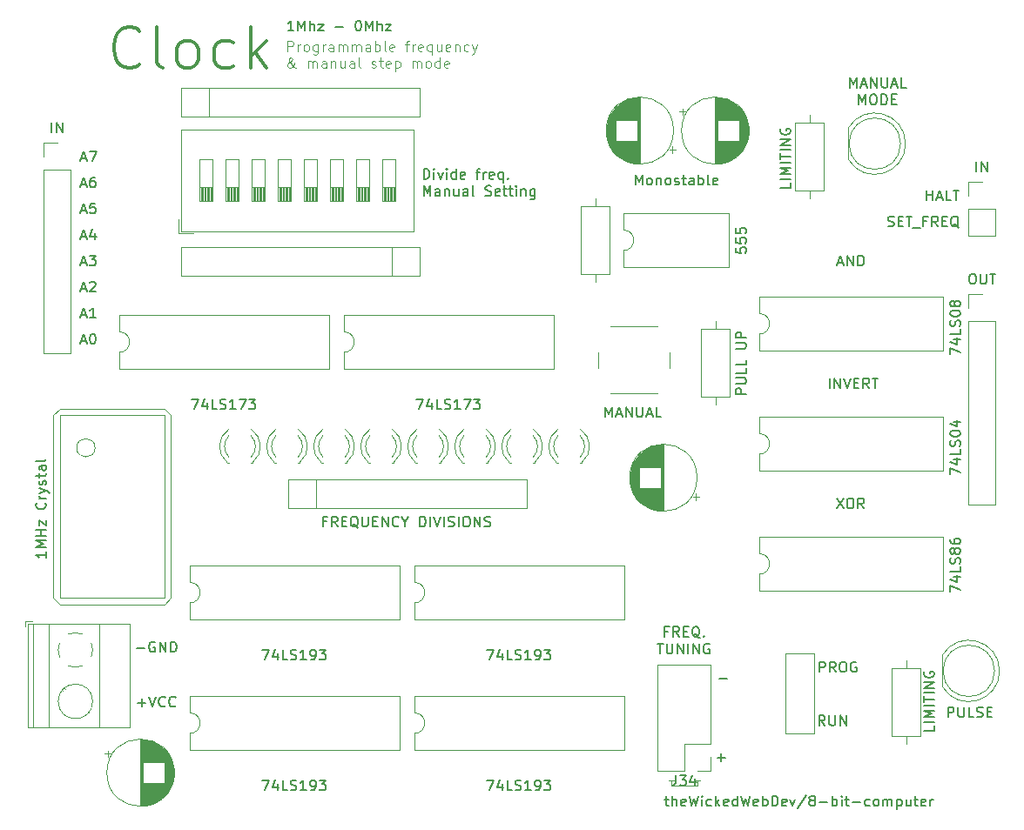
<source format=gbr>
%TF.GenerationSoftware,KiCad,Pcbnew,(5.1.9-0-10_14)*%
%TF.CreationDate,2021-06-04T12:52:24-04:00*%
%TF.ProjectId,CLOCK,434c4f43-4b2e-46b6-9963-61645f706362,rev?*%
%TF.SameCoordinates,Original*%
%TF.FileFunction,Legend,Top*%
%TF.FilePolarity,Positive*%
%FSLAX46Y46*%
G04 Gerber Fmt 4.6, Leading zero omitted, Abs format (unit mm)*
G04 Created by KiCad (PCBNEW (5.1.9-0-10_14)) date 2021-06-04 12:52:24*
%MOMM*%
%LPD*%
G01*
G04 APERTURE LIST*
%ADD10C,0.150000*%
%ADD11C,0.120000*%
%ADD12C,0.100000*%
%ADD13C,0.300000*%
G04 APERTURE END LIST*
D10*
X141716785Y-93452380D02*
X141383452Y-92976190D01*
X141145357Y-93452380D02*
X141145357Y-92452380D01*
X141526309Y-92452380D01*
X141621547Y-92500000D01*
X141669166Y-92547619D01*
X141716785Y-92642857D01*
X141716785Y-92785714D01*
X141669166Y-92880952D01*
X141621547Y-92928571D01*
X141526309Y-92976190D01*
X141145357Y-92976190D01*
X142145357Y-92452380D02*
X142145357Y-93261904D01*
X142192976Y-93357142D01*
X142240595Y-93404761D01*
X142335833Y-93452380D01*
X142526309Y-93452380D01*
X142621547Y-93404761D01*
X142669166Y-93357142D01*
X142716785Y-93261904D01*
X142716785Y-92452380D01*
X143192976Y-93452380D02*
X143192976Y-92452380D01*
X143764404Y-93452380D01*
X143764404Y-92452380D01*
D11*
X127000000Y-98806000D02*
X126492000Y-98806000D01*
X126746000Y-99314000D02*
X126746000Y-98806000D01*
X129286000Y-99314000D02*
X126746000Y-99314000D01*
X129286000Y-98806000D02*
X129286000Y-99314000D01*
X129032000Y-98806000D02*
X129540000Y-98806000D01*
D10*
X131402500Y-88871428D02*
X132164404Y-88871428D01*
X131236500Y-96591428D02*
X131998404Y-96591428D01*
X131617452Y-96972380D02*
X131617452Y-96210476D01*
X108837547Y-98766380D02*
X109504214Y-98766380D01*
X109075642Y-99766380D01*
X110313738Y-99099714D02*
X110313738Y-99766380D01*
X110075642Y-98718761D02*
X109837547Y-99433047D01*
X110456595Y-99433047D01*
X111313738Y-99766380D02*
X110837547Y-99766380D01*
X110837547Y-98766380D01*
X111599452Y-99718761D02*
X111742309Y-99766380D01*
X111980404Y-99766380D01*
X112075642Y-99718761D01*
X112123261Y-99671142D01*
X112170880Y-99575904D01*
X112170880Y-99480666D01*
X112123261Y-99385428D01*
X112075642Y-99337809D01*
X111980404Y-99290190D01*
X111789928Y-99242571D01*
X111694690Y-99194952D01*
X111647071Y-99147333D01*
X111599452Y-99052095D01*
X111599452Y-98956857D01*
X111647071Y-98861619D01*
X111694690Y-98814000D01*
X111789928Y-98766380D01*
X112028023Y-98766380D01*
X112170880Y-98814000D01*
X113123261Y-99766380D02*
X112551833Y-99766380D01*
X112837547Y-99766380D02*
X112837547Y-98766380D01*
X112742309Y-98909238D01*
X112647071Y-99004476D01*
X112551833Y-99052095D01*
X113599452Y-99766380D02*
X113789928Y-99766380D01*
X113885166Y-99718761D01*
X113932785Y-99671142D01*
X114028023Y-99528285D01*
X114075642Y-99337809D01*
X114075642Y-98956857D01*
X114028023Y-98861619D01*
X113980404Y-98814000D01*
X113885166Y-98766380D01*
X113694690Y-98766380D01*
X113599452Y-98814000D01*
X113551833Y-98861619D01*
X113504214Y-98956857D01*
X113504214Y-99194952D01*
X113551833Y-99290190D01*
X113599452Y-99337809D01*
X113694690Y-99385428D01*
X113885166Y-99385428D01*
X113980404Y-99337809D01*
X114028023Y-99290190D01*
X114075642Y-99194952D01*
X114408976Y-98766380D02*
X115028023Y-98766380D01*
X114694690Y-99147333D01*
X114837547Y-99147333D01*
X114932785Y-99194952D01*
X114980404Y-99242571D01*
X115028023Y-99337809D01*
X115028023Y-99575904D01*
X114980404Y-99671142D01*
X114932785Y-99718761D01*
X114837547Y-99766380D01*
X114551833Y-99766380D01*
X114456595Y-99718761D01*
X114408976Y-99671142D01*
X86993547Y-98766380D02*
X87660214Y-98766380D01*
X87231642Y-99766380D01*
X88469738Y-99099714D02*
X88469738Y-99766380D01*
X88231642Y-98718761D02*
X87993547Y-99433047D01*
X88612595Y-99433047D01*
X89469738Y-99766380D02*
X88993547Y-99766380D01*
X88993547Y-98766380D01*
X89755452Y-99718761D02*
X89898309Y-99766380D01*
X90136404Y-99766380D01*
X90231642Y-99718761D01*
X90279261Y-99671142D01*
X90326880Y-99575904D01*
X90326880Y-99480666D01*
X90279261Y-99385428D01*
X90231642Y-99337809D01*
X90136404Y-99290190D01*
X89945928Y-99242571D01*
X89850690Y-99194952D01*
X89803071Y-99147333D01*
X89755452Y-99052095D01*
X89755452Y-98956857D01*
X89803071Y-98861619D01*
X89850690Y-98814000D01*
X89945928Y-98766380D01*
X90184023Y-98766380D01*
X90326880Y-98814000D01*
X91279261Y-99766380D02*
X90707833Y-99766380D01*
X90993547Y-99766380D02*
X90993547Y-98766380D01*
X90898309Y-98909238D01*
X90803071Y-99004476D01*
X90707833Y-99052095D01*
X91755452Y-99766380D02*
X91945928Y-99766380D01*
X92041166Y-99718761D01*
X92088785Y-99671142D01*
X92184023Y-99528285D01*
X92231642Y-99337809D01*
X92231642Y-98956857D01*
X92184023Y-98861619D01*
X92136404Y-98814000D01*
X92041166Y-98766380D01*
X91850690Y-98766380D01*
X91755452Y-98814000D01*
X91707833Y-98861619D01*
X91660214Y-98956857D01*
X91660214Y-99194952D01*
X91707833Y-99290190D01*
X91755452Y-99337809D01*
X91850690Y-99385428D01*
X92041166Y-99385428D01*
X92136404Y-99337809D01*
X92184023Y-99290190D01*
X92231642Y-99194952D01*
X92564976Y-98766380D02*
X93184023Y-98766380D01*
X92850690Y-99147333D01*
X92993547Y-99147333D01*
X93088785Y-99194952D01*
X93136404Y-99242571D01*
X93184023Y-99337809D01*
X93184023Y-99575904D01*
X93136404Y-99671142D01*
X93088785Y-99718761D01*
X92993547Y-99766380D01*
X92707833Y-99766380D01*
X92612595Y-99718761D01*
X92564976Y-99671142D01*
X108837547Y-86066380D02*
X109504214Y-86066380D01*
X109075642Y-87066380D01*
X110313738Y-86399714D02*
X110313738Y-87066380D01*
X110075642Y-86018761D02*
X109837547Y-86733047D01*
X110456595Y-86733047D01*
X111313738Y-87066380D02*
X110837547Y-87066380D01*
X110837547Y-86066380D01*
X111599452Y-87018761D02*
X111742309Y-87066380D01*
X111980404Y-87066380D01*
X112075642Y-87018761D01*
X112123261Y-86971142D01*
X112170880Y-86875904D01*
X112170880Y-86780666D01*
X112123261Y-86685428D01*
X112075642Y-86637809D01*
X111980404Y-86590190D01*
X111789928Y-86542571D01*
X111694690Y-86494952D01*
X111647071Y-86447333D01*
X111599452Y-86352095D01*
X111599452Y-86256857D01*
X111647071Y-86161619D01*
X111694690Y-86114000D01*
X111789928Y-86066380D01*
X112028023Y-86066380D01*
X112170880Y-86114000D01*
X113123261Y-87066380D02*
X112551833Y-87066380D01*
X112837547Y-87066380D02*
X112837547Y-86066380D01*
X112742309Y-86209238D01*
X112647071Y-86304476D01*
X112551833Y-86352095D01*
X113599452Y-87066380D02*
X113789928Y-87066380D01*
X113885166Y-87018761D01*
X113932785Y-86971142D01*
X114028023Y-86828285D01*
X114075642Y-86637809D01*
X114075642Y-86256857D01*
X114028023Y-86161619D01*
X113980404Y-86114000D01*
X113885166Y-86066380D01*
X113694690Y-86066380D01*
X113599452Y-86114000D01*
X113551833Y-86161619D01*
X113504214Y-86256857D01*
X113504214Y-86494952D01*
X113551833Y-86590190D01*
X113599452Y-86637809D01*
X113694690Y-86685428D01*
X113885166Y-86685428D01*
X113980404Y-86637809D01*
X114028023Y-86590190D01*
X114075642Y-86494952D01*
X114408976Y-86066380D02*
X115028023Y-86066380D01*
X114694690Y-86447333D01*
X114837547Y-86447333D01*
X114932785Y-86494952D01*
X114980404Y-86542571D01*
X115028023Y-86637809D01*
X115028023Y-86875904D01*
X114980404Y-86971142D01*
X114932785Y-87018761D01*
X114837547Y-87066380D01*
X114551833Y-87066380D01*
X114456595Y-87018761D01*
X114408976Y-86971142D01*
X86993547Y-86066380D02*
X87660214Y-86066380D01*
X87231642Y-87066380D01*
X88469738Y-86399714D02*
X88469738Y-87066380D01*
X88231642Y-86018761D02*
X87993547Y-86733047D01*
X88612595Y-86733047D01*
X89469738Y-87066380D02*
X88993547Y-87066380D01*
X88993547Y-86066380D01*
X89755452Y-87018761D02*
X89898309Y-87066380D01*
X90136404Y-87066380D01*
X90231642Y-87018761D01*
X90279261Y-86971142D01*
X90326880Y-86875904D01*
X90326880Y-86780666D01*
X90279261Y-86685428D01*
X90231642Y-86637809D01*
X90136404Y-86590190D01*
X89945928Y-86542571D01*
X89850690Y-86494952D01*
X89803071Y-86447333D01*
X89755452Y-86352095D01*
X89755452Y-86256857D01*
X89803071Y-86161619D01*
X89850690Y-86114000D01*
X89945928Y-86066380D01*
X90184023Y-86066380D01*
X90326880Y-86114000D01*
X91279261Y-87066380D02*
X90707833Y-87066380D01*
X90993547Y-87066380D02*
X90993547Y-86066380D01*
X90898309Y-86209238D01*
X90803071Y-86304476D01*
X90707833Y-86352095D01*
X91755452Y-87066380D02*
X91945928Y-87066380D01*
X92041166Y-87018761D01*
X92088785Y-86971142D01*
X92184023Y-86828285D01*
X92231642Y-86637809D01*
X92231642Y-86256857D01*
X92184023Y-86161619D01*
X92136404Y-86114000D01*
X92041166Y-86066380D01*
X91850690Y-86066380D01*
X91755452Y-86114000D01*
X91707833Y-86161619D01*
X91660214Y-86256857D01*
X91660214Y-86494952D01*
X91707833Y-86590190D01*
X91755452Y-86637809D01*
X91850690Y-86685428D01*
X92041166Y-86685428D01*
X92136404Y-86637809D01*
X92184023Y-86590190D01*
X92231642Y-86494952D01*
X92564976Y-86066380D02*
X93184023Y-86066380D01*
X92850690Y-86447333D01*
X92993547Y-86447333D01*
X93088785Y-86494952D01*
X93136404Y-86542571D01*
X93184023Y-86637809D01*
X93184023Y-86875904D01*
X93136404Y-86971142D01*
X93088785Y-87018761D01*
X92993547Y-87066380D01*
X92707833Y-87066380D01*
X92612595Y-87018761D01*
X92564976Y-86971142D01*
X101979547Y-61682380D02*
X102646214Y-61682380D01*
X102217642Y-62682380D01*
X103455738Y-62015714D02*
X103455738Y-62682380D01*
X103217642Y-61634761D02*
X102979547Y-62349047D01*
X103598595Y-62349047D01*
X104455738Y-62682380D02*
X103979547Y-62682380D01*
X103979547Y-61682380D01*
X104741452Y-62634761D02*
X104884309Y-62682380D01*
X105122404Y-62682380D01*
X105217642Y-62634761D01*
X105265261Y-62587142D01*
X105312880Y-62491904D01*
X105312880Y-62396666D01*
X105265261Y-62301428D01*
X105217642Y-62253809D01*
X105122404Y-62206190D01*
X104931928Y-62158571D01*
X104836690Y-62110952D01*
X104789071Y-62063333D01*
X104741452Y-61968095D01*
X104741452Y-61872857D01*
X104789071Y-61777619D01*
X104836690Y-61730000D01*
X104931928Y-61682380D01*
X105170023Y-61682380D01*
X105312880Y-61730000D01*
X106265261Y-62682380D02*
X105693833Y-62682380D01*
X105979547Y-62682380D02*
X105979547Y-61682380D01*
X105884309Y-61825238D01*
X105789071Y-61920476D01*
X105693833Y-61968095D01*
X106598595Y-61682380D02*
X107265261Y-61682380D01*
X106836690Y-62682380D01*
X107550976Y-61682380D02*
X108170023Y-61682380D01*
X107836690Y-62063333D01*
X107979547Y-62063333D01*
X108074785Y-62110952D01*
X108122404Y-62158571D01*
X108170023Y-62253809D01*
X108170023Y-62491904D01*
X108122404Y-62587142D01*
X108074785Y-62634761D01*
X107979547Y-62682380D01*
X107693833Y-62682380D01*
X107598595Y-62634761D01*
X107550976Y-62587142D01*
X80135547Y-61682380D02*
X80802214Y-61682380D01*
X80373642Y-62682380D01*
X81611738Y-62015714D02*
X81611738Y-62682380D01*
X81373642Y-61634761D02*
X81135547Y-62349047D01*
X81754595Y-62349047D01*
X82611738Y-62682380D02*
X82135547Y-62682380D01*
X82135547Y-61682380D01*
X82897452Y-62634761D02*
X83040309Y-62682380D01*
X83278404Y-62682380D01*
X83373642Y-62634761D01*
X83421261Y-62587142D01*
X83468880Y-62491904D01*
X83468880Y-62396666D01*
X83421261Y-62301428D01*
X83373642Y-62253809D01*
X83278404Y-62206190D01*
X83087928Y-62158571D01*
X82992690Y-62110952D01*
X82945071Y-62063333D01*
X82897452Y-61968095D01*
X82897452Y-61872857D01*
X82945071Y-61777619D01*
X82992690Y-61730000D01*
X83087928Y-61682380D01*
X83326023Y-61682380D01*
X83468880Y-61730000D01*
X84421261Y-62682380D02*
X83849833Y-62682380D01*
X84135547Y-62682380D02*
X84135547Y-61682380D01*
X84040309Y-61825238D01*
X83945071Y-61920476D01*
X83849833Y-61968095D01*
X84754595Y-61682380D02*
X85421261Y-61682380D01*
X84992690Y-62682380D01*
X85706976Y-61682380D02*
X86326023Y-61682380D01*
X85992690Y-62063333D01*
X86135547Y-62063333D01*
X86230785Y-62110952D01*
X86278404Y-62158571D01*
X86326023Y-62253809D01*
X86326023Y-62491904D01*
X86278404Y-62587142D01*
X86230785Y-62634761D01*
X86135547Y-62682380D01*
X85849833Y-62682380D01*
X85754595Y-62634761D01*
X85706976Y-62587142D01*
X152344380Y-93457690D02*
X152344380Y-93933880D01*
X151344380Y-93933880D01*
X152344380Y-93124357D02*
X151344380Y-93124357D01*
X152344380Y-92648166D02*
X151344380Y-92648166D01*
X152058666Y-92314833D01*
X151344380Y-91981500D01*
X152344380Y-91981500D01*
X152344380Y-91505309D02*
X151344380Y-91505309D01*
X151344380Y-91171976D02*
X151344380Y-90600547D01*
X152344380Y-90886261D02*
X151344380Y-90886261D01*
X152344380Y-90267214D02*
X151344380Y-90267214D01*
X152344380Y-89791023D02*
X151344380Y-89791023D01*
X152344380Y-89219595D01*
X151344380Y-89219595D01*
X151392000Y-88219595D02*
X151344380Y-88314833D01*
X151344380Y-88457690D01*
X151392000Y-88600547D01*
X151487238Y-88695785D01*
X151582476Y-88743404D01*
X151772952Y-88791023D01*
X151915809Y-88791023D01*
X152106285Y-88743404D01*
X152201523Y-88695785D01*
X152296761Y-88600547D01*
X152344380Y-88457690D01*
X152344380Y-88362452D01*
X152296761Y-88219595D01*
X152249142Y-88171976D01*
X151915809Y-88171976D01*
X151915809Y-88362452D01*
X138374380Y-40625690D02*
X138374380Y-41101880D01*
X137374380Y-41101880D01*
X138374380Y-40292357D02*
X137374380Y-40292357D01*
X138374380Y-39816166D02*
X137374380Y-39816166D01*
X138088666Y-39482833D01*
X137374380Y-39149500D01*
X138374380Y-39149500D01*
X138374380Y-38673309D02*
X137374380Y-38673309D01*
X137374380Y-38339976D02*
X137374380Y-37768547D01*
X138374380Y-38054261D02*
X137374380Y-38054261D01*
X138374380Y-37435214D02*
X137374380Y-37435214D01*
X138374380Y-36959023D02*
X137374380Y-36959023D01*
X138374380Y-36387595D01*
X137374380Y-36387595D01*
X137422000Y-35387595D02*
X137374380Y-35482833D01*
X137374380Y-35625690D01*
X137422000Y-35768547D01*
X137517238Y-35863785D01*
X137612476Y-35911404D01*
X137802952Y-35959023D01*
X137945809Y-35959023D01*
X138136285Y-35911404D01*
X138231523Y-35863785D01*
X138326761Y-35768547D01*
X138374380Y-35625690D01*
X138374380Y-35530452D01*
X138326761Y-35387595D01*
X138279142Y-35339976D01*
X137945809Y-35339976D01*
X137945809Y-35530452D01*
X134056380Y-61199595D02*
X133056380Y-61199595D01*
X133056380Y-60818642D01*
X133104000Y-60723404D01*
X133151619Y-60675785D01*
X133246857Y-60628166D01*
X133389714Y-60628166D01*
X133484952Y-60675785D01*
X133532571Y-60723404D01*
X133580190Y-60818642D01*
X133580190Y-61199595D01*
X133056380Y-60199595D02*
X133865904Y-60199595D01*
X133961142Y-60151976D01*
X134008761Y-60104357D01*
X134056380Y-60009119D01*
X134056380Y-59818642D01*
X134008761Y-59723404D01*
X133961142Y-59675785D01*
X133865904Y-59628166D01*
X133056380Y-59628166D01*
X134056380Y-58675785D02*
X134056380Y-59151976D01*
X133056380Y-59151976D01*
X134056380Y-57866261D02*
X134056380Y-58342452D01*
X133056380Y-58342452D01*
X133056380Y-56771023D02*
X133865904Y-56771023D01*
X133961142Y-56723404D01*
X134008761Y-56675785D01*
X134056380Y-56580547D01*
X134056380Y-56390071D01*
X134008761Y-56294833D01*
X133961142Y-56247214D01*
X133865904Y-56199595D01*
X133056380Y-56199595D01*
X134056380Y-55723404D02*
X133056380Y-55723404D01*
X133056380Y-55342452D01*
X133104000Y-55247214D01*
X133151619Y-55199595D01*
X133246857Y-55151976D01*
X133389714Y-55151976D01*
X133484952Y-55199595D01*
X133532571Y-55247214D01*
X133580190Y-55342452D01*
X133580190Y-55723404D01*
X142841357Y-71334380D02*
X143508023Y-72334380D01*
X143508023Y-71334380D02*
X142841357Y-72334380D01*
X144079452Y-71334380D02*
X144269928Y-71334380D01*
X144365166Y-71382000D01*
X144460404Y-71477238D01*
X144508023Y-71667714D01*
X144508023Y-72001047D01*
X144460404Y-72191523D01*
X144365166Y-72286761D01*
X144269928Y-72334380D01*
X144079452Y-72334380D01*
X143984214Y-72286761D01*
X143888976Y-72191523D01*
X143841357Y-72001047D01*
X143841357Y-71667714D01*
X143888976Y-71477238D01*
X143984214Y-71382000D01*
X144079452Y-71334380D01*
X145508023Y-72334380D02*
X145174690Y-71858190D01*
X144936595Y-72334380D02*
X144936595Y-71334380D01*
X145317547Y-71334380D01*
X145412785Y-71382000D01*
X145460404Y-71429619D01*
X145508023Y-71524857D01*
X145508023Y-71667714D01*
X145460404Y-71762952D01*
X145412785Y-71810571D01*
X145317547Y-71858190D01*
X144936595Y-71858190D01*
X142158976Y-60650380D02*
X142158976Y-59650380D01*
X142635166Y-60650380D02*
X142635166Y-59650380D01*
X143206595Y-60650380D01*
X143206595Y-59650380D01*
X143539928Y-59650380D02*
X143873261Y-60650380D01*
X144206595Y-59650380D01*
X144539928Y-60126571D02*
X144873261Y-60126571D01*
X145016119Y-60650380D02*
X144539928Y-60650380D01*
X144539928Y-59650380D01*
X145016119Y-59650380D01*
X146016119Y-60650380D02*
X145682785Y-60174190D01*
X145444690Y-60650380D02*
X145444690Y-59650380D01*
X145825642Y-59650380D01*
X145920880Y-59698000D01*
X145968500Y-59745619D01*
X146016119Y-59840857D01*
X146016119Y-59983714D01*
X145968500Y-60078952D01*
X145920880Y-60126571D01*
X145825642Y-60174190D01*
X145444690Y-60174190D01*
X146301833Y-59650380D02*
X146873261Y-59650380D01*
X146587547Y-60650380D02*
X146587547Y-59650380D01*
X142984214Y-48426666D02*
X143460404Y-48426666D01*
X142888976Y-48712380D02*
X143222309Y-47712380D01*
X143555642Y-48712380D01*
X143888976Y-48712380D02*
X143888976Y-47712380D01*
X144460404Y-48712380D01*
X144460404Y-47712380D01*
X144936595Y-48712380D02*
X144936595Y-47712380D01*
X145174690Y-47712380D01*
X145317547Y-47760000D01*
X145412785Y-47855238D01*
X145460404Y-47950476D01*
X145508023Y-48140952D01*
X145508023Y-48283809D01*
X145460404Y-48474285D01*
X145412785Y-48569523D01*
X145317547Y-48664761D01*
X145174690Y-48712380D01*
X144936595Y-48712380D01*
X153884380Y-80456071D02*
X153884380Y-79789404D01*
X154884380Y-80217976D01*
X154217714Y-78979880D02*
X154884380Y-78979880D01*
X153836761Y-79217976D02*
X154551047Y-79456071D01*
X154551047Y-78837023D01*
X154884380Y-77979880D02*
X154884380Y-78456071D01*
X153884380Y-78456071D01*
X154836761Y-77694166D02*
X154884380Y-77551309D01*
X154884380Y-77313214D01*
X154836761Y-77217976D01*
X154789142Y-77170357D01*
X154693904Y-77122738D01*
X154598666Y-77122738D01*
X154503428Y-77170357D01*
X154455809Y-77217976D01*
X154408190Y-77313214D01*
X154360571Y-77503690D01*
X154312952Y-77598928D01*
X154265333Y-77646547D01*
X154170095Y-77694166D01*
X154074857Y-77694166D01*
X153979619Y-77646547D01*
X153932000Y-77598928D01*
X153884380Y-77503690D01*
X153884380Y-77265595D01*
X153932000Y-77122738D01*
X154312952Y-76551309D02*
X154265333Y-76646547D01*
X154217714Y-76694166D01*
X154122476Y-76741785D01*
X154074857Y-76741785D01*
X153979619Y-76694166D01*
X153932000Y-76646547D01*
X153884380Y-76551309D01*
X153884380Y-76360833D01*
X153932000Y-76265595D01*
X153979619Y-76217976D01*
X154074857Y-76170357D01*
X154122476Y-76170357D01*
X154217714Y-76217976D01*
X154265333Y-76265595D01*
X154312952Y-76360833D01*
X154312952Y-76551309D01*
X154360571Y-76646547D01*
X154408190Y-76694166D01*
X154503428Y-76741785D01*
X154693904Y-76741785D01*
X154789142Y-76694166D01*
X154836761Y-76646547D01*
X154884380Y-76551309D01*
X154884380Y-76360833D01*
X154836761Y-76265595D01*
X154789142Y-76217976D01*
X154693904Y-76170357D01*
X154503428Y-76170357D01*
X154408190Y-76217976D01*
X154360571Y-76265595D01*
X154312952Y-76360833D01*
X153884380Y-75313214D02*
X153884380Y-75503690D01*
X153932000Y-75598928D01*
X153979619Y-75646547D01*
X154122476Y-75741785D01*
X154312952Y-75789404D01*
X154693904Y-75789404D01*
X154789142Y-75741785D01*
X154836761Y-75694166D01*
X154884380Y-75598928D01*
X154884380Y-75408452D01*
X154836761Y-75313214D01*
X154789142Y-75265595D01*
X154693904Y-75217976D01*
X154455809Y-75217976D01*
X154360571Y-75265595D01*
X154312952Y-75313214D01*
X154265333Y-75408452D01*
X154265333Y-75598928D01*
X154312952Y-75694166D01*
X154360571Y-75741785D01*
X154455809Y-75789404D01*
X153884380Y-69026071D02*
X153884380Y-68359404D01*
X154884380Y-68787976D01*
X154217714Y-67549880D02*
X154884380Y-67549880D01*
X153836761Y-67787976D02*
X154551047Y-68026071D01*
X154551047Y-67407023D01*
X154884380Y-66549880D02*
X154884380Y-67026071D01*
X153884380Y-67026071D01*
X154836761Y-66264166D02*
X154884380Y-66121309D01*
X154884380Y-65883214D01*
X154836761Y-65787976D01*
X154789142Y-65740357D01*
X154693904Y-65692738D01*
X154598666Y-65692738D01*
X154503428Y-65740357D01*
X154455809Y-65787976D01*
X154408190Y-65883214D01*
X154360571Y-66073690D01*
X154312952Y-66168928D01*
X154265333Y-66216547D01*
X154170095Y-66264166D01*
X154074857Y-66264166D01*
X153979619Y-66216547D01*
X153932000Y-66168928D01*
X153884380Y-66073690D01*
X153884380Y-65835595D01*
X153932000Y-65692738D01*
X153884380Y-65073690D02*
X153884380Y-64978452D01*
X153932000Y-64883214D01*
X153979619Y-64835595D01*
X154074857Y-64787976D01*
X154265333Y-64740357D01*
X154503428Y-64740357D01*
X154693904Y-64787976D01*
X154789142Y-64835595D01*
X154836761Y-64883214D01*
X154884380Y-64978452D01*
X154884380Y-65073690D01*
X154836761Y-65168928D01*
X154789142Y-65216547D01*
X154693904Y-65264166D01*
X154503428Y-65311785D01*
X154265333Y-65311785D01*
X154074857Y-65264166D01*
X153979619Y-65216547D01*
X153932000Y-65168928D01*
X153884380Y-65073690D01*
X154217714Y-63883214D02*
X154884380Y-63883214D01*
X153836761Y-64121309D02*
X154551047Y-64359404D01*
X154551047Y-63740357D01*
X153884380Y-57342071D02*
X153884380Y-56675404D01*
X154884380Y-57103976D01*
X154217714Y-55865880D02*
X154884380Y-55865880D01*
X153836761Y-56103976D02*
X154551047Y-56342071D01*
X154551047Y-55723023D01*
X154884380Y-54865880D02*
X154884380Y-55342071D01*
X153884380Y-55342071D01*
X154836761Y-54580166D02*
X154884380Y-54437309D01*
X154884380Y-54199214D01*
X154836761Y-54103976D01*
X154789142Y-54056357D01*
X154693904Y-54008738D01*
X154598666Y-54008738D01*
X154503428Y-54056357D01*
X154455809Y-54103976D01*
X154408190Y-54199214D01*
X154360571Y-54389690D01*
X154312952Y-54484928D01*
X154265333Y-54532547D01*
X154170095Y-54580166D01*
X154074857Y-54580166D01*
X153979619Y-54532547D01*
X153932000Y-54484928D01*
X153884380Y-54389690D01*
X153884380Y-54151595D01*
X153932000Y-54008738D01*
X153884380Y-53389690D02*
X153884380Y-53294452D01*
X153932000Y-53199214D01*
X153979619Y-53151595D01*
X154074857Y-53103976D01*
X154265333Y-53056357D01*
X154503428Y-53056357D01*
X154693904Y-53103976D01*
X154789142Y-53151595D01*
X154836761Y-53199214D01*
X154884380Y-53294452D01*
X154884380Y-53389690D01*
X154836761Y-53484928D01*
X154789142Y-53532547D01*
X154693904Y-53580166D01*
X154503428Y-53627785D01*
X154265333Y-53627785D01*
X154074857Y-53580166D01*
X153979619Y-53532547D01*
X153932000Y-53484928D01*
X153884380Y-53389690D01*
X154312952Y-52484928D02*
X154265333Y-52580166D01*
X154217714Y-52627785D01*
X154122476Y-52675404D01*
X154074857Y-52675404D01*
X153979619Y-52627785D01*
X153932000Y-52580166D01*
X153884380Y-52484928D01*
X153884380Y-52294452D01*
X153932000Y-52199214D01*
X153979619Y-52151595D01*
X154074857Y-52103976D01*
X154122476Y-52103976D01*
X154217714Y-52151595D01*
X154265333Y-52199214D01*
X154312952Y-52294452D01*
X154312952Y-52484928D01*
X154360571Y-52580166D01*
X154408190Y-52627785D01*
X154503428Y-52675404D01*
X154693904Y-52675404D01*
X154789142Y-52627785D01*
X154836761Y-52580166D01*
X154884380Y-52484928D01*
X154884380Y-52294452D01*
X154836761Y-52199214D01*
X154789142Y-52151595D01*
X154693904Y-52103976D01*
X154503428Y-52103976D01*
X154408190Y-52151595D01*
X154360571Y-52199214D01*
X154312952Y-52294452D01*
X126444571Y-84303571D02*
X126111238Y-84303571D01*
X126111238Y-84827380D02*
X126111238Y-83827380D01*
X126587428Y-83827380D01*
X127539809Y-84827380D02*
X127206476Y-84351190D01*
X126968380Y-84827380D02*
X126968380Y-83827380D01*
X127349333Y-83827380D01*
X127444571Y-83875000D01*
X127492190Y-83922619D01*
X127539809Y-84017857D01*
X127539809Y-84160714D01*
X127492190Y-84255952D01*
X127444571Y-84303571D01*
X127349333Y-84351190D01*
X126968380Y-84351190D01*
X127968380Y-84303571D02*
X128301714Y-84303571D01*
X128444571Y-84827380D02*
X127968380Y-84827380D01*
X127968380Y-83827380D01*
X128444571Y-83827380D01*
X129539809Y-84922619D02*
X129444571Y-84875000D01*
X129349333Y-84779761D01*
X129206476Y-84636904D01*
X129111238Y-84589285D01*
X129016000Y-84589285D01*
X129063619Y-84827380D02*
X128968380Y-84779761D01*
X128873142Y-84684523D01*
X128825523Y-84494047D01*
X128825523Y-84160714D01*
X128873142Y-83970238D01*
X128968380Y-83875000D01*
X129063619Y-83827380D01*
X129254095Y-83827380D01*
X129349333Y-83875000D01*
X129444571Y-83970238D01*
X129492190Y-84160714D01*
X129492190Y-84494047D01*
X129444571Y-84684523D01*
X129349333Y-84779761D01*
X129254095Y-84827380D01*
X129063619Y-84827380D01*
X129920761Y-84732142D02*
X129968380Y-84779761D01*
X129920761Y-84827380D01*
X129873142Y-84779761D01*
X129920761Y-84732142D01*
X129920761Y-84827380D01*
X125420761Y-85477380D02*
X125992190Y-85477380D01*
X125706476Y-86477380D02*
X125706476Y-85477380D01*
X126325523Y-85477380D02*
X126325523Y-86286904D01*
X126373142Y-86382142D01*
X126420761Y-86429761D01*
X126516000Y-86477380D01*
X126706476Y-86477380D01*
X126801714Y-86429761D01*
X126849333Y-86382142D01*
X126896952Y-86286904D01*
X126896952Y-85477380D01*
X127373142Y-86477380D02*
X127373142Y-85477380D01*
X127944571Y-86477380D01*
X127944571Y-85477380D01*
X128420761Y-86477380D02*
X128420761Y-85477380D01*
X128896952Y-86477380D02*
X128896952Y-85477380D01*
X129468380Y-86477380D01*
X129468380Y-85477380D01*
X130468380Y-85525000D02*
X130373142Y-85477380D01*
X130230285Y-85477380D01*
X130087428Y-85525000D01*
X129992190Y-85620238D01*
X129944571Y-85715476D01*
X129896952Y-85905952D01*
X129896952Y-86048809D01*
X129944571Y-86239285D01*
X129992190Y-86334523D01*
X130087428Y-86429761D01*
X130230285Y-86477380D01*
X130325523Y-86477380D01*
X130468380Y-86429761D01*
X130516000Y-86382142D01*
X130516000Y-86048809D01*
X130325523Y-86048809D01*
X156448190Y-39568380D02*
X156448190Y-38568380D01*
X156924380Y-39568380D02*
X156924380Y-38568380D01*
X157495809Y-39568380D01*
X157495809Y-38568380D01*
X66532190Y-35758380D02*
X66532190Y-34758380D01*
X67008380Y-35758380D02*
X67008380Y-34758380D01*
X67579809Y-35758380D01*
X67579809Y-34758380D01*
X123277809Y-40838380D02*
X123277809Y-39838380D01*
X123611142Y-40552666D01*
X123944476Y-39838380D01*
X123944476Y-40838380D01*
X124563523Y-40838380D02*
X124468285Y-40790761D01*
X124420666Y-40743142D01*
X124373047Y-40647904D01*
X124373047Y-40362190D01*
X124420666Y-40266952D01*
X124468285Y-40219333D01*
X124563523Y-40171714D01*
X124706380Y-40171714D01*
X124801619Y-40219333D01*
X124849238Y-40266952D01*
X124896857Y-40362190D01*
X124896857Y-40647904D01*
X124849238Y-40743142D01*
X124801619Y-40790761D01*
X124706380Y-40838380D01*
X124563523Y-40838380D01*
X125325428Y-40171714D02*
X125325428Y-40838380D01*
X125325428Y-40266952D02*
X125373047Y-40219333D01*
X125468285Y-40171714D01*
X125611142Y-40171714D01*
X125706380Y-40219333D01*
X125754000Y-40314571D01*
X125754000Y-40838380D01*
X126373047Y-40838380D02*
X126277809Y-40790761D01*
X126230190Y-40743142D01*
X126182571Y-40647904D01*
X126182571Y-40362190D01*
X126230190Y-40266952D01*
X126277809Y-40219333D01*
X126373047Y-40171714D01*
X126515904Y-40171714D01*
X126611142Y-40219333D01*
X126658761Y-40266952D01*
X126706380Y-40362190D01*
X126706380Y-40647904D01*
X126658761Y-40743142D01*
X126611142Y-40790761D01*
X126515904Y-40838380D01*
X126373047Y-40838380D01*
X127087333Y-40790761D02*
X127182571Y-40838380D01*
X127373047Y-40838380D01*
X127468285Y-40790761D01*
X127515904Y-40695523D01*
X127515904Y-40647904D01*
X127468285Y-40552666D01*
X127373047Y-40505047D01*
X127230190Y-40505047D01*
X127134952Y-40457428D01*
X127087333Y-40362190D01*
X127087333Y-40314571D01*
X127134952Y-40219333D01*
X127230190Y-40171714D01*
X127373047Y-40171714D01*
X127468285Y-40219333D01*
X127801619Y-40171714D02*
X128182571Y-40171714D01*
X127944476Y-39838380D02*
X127944476Y-40695523D01*
X127992095Y-40790761D01*
X128087333Y-40838380D01*
X128182571Y-40838380D01*
X128944476Y-40838380D02*
X128944476Y-40314571D01*
X128896857Y-40219333D01*
X128801619Y-40171714D01*
X128611142Y-40171714D01*
X128515904Y-40219333D01*
X128944476Y-40790761D02*
X128849238Y-40838380D01*
X128611142Y-40838380D01*
X128515904Y-40790761D01*
X128468285Y-40695523D01*
X128468285Y-40600285D01*
X128515904Y-40505047D01*
X128611142Y-40457428D01*
X128849238Y-40457428D01*
X128944476Y-40409809D01*
X129420666Y-40838380D02*
X129420666Y-39838380D01*
X129420666Y-40219333D02*
X129515904Y-40171714D01*
X129706380Y-40171714D01*
X129801619Y-40219333D01*
X129849238Y-40266952D01*
X129896857Y-40362190D01*
X129896857Y-40647904D01*
X129849238Y-40743142D01*
X129801619Y-40790761D01*
X129706380Y-40838380D01*
X129515904Y-40838380D01*
X129420666Y-40790761D01*
X130468285Y-40838380D02*
X130373047Y-40790761D01*
X130325428Y-40695523D01*
X130325428Y-39838380D01*
X131230190Y-40790761D02*
X131134952Y-40838380D01*
X130944476Y-40838380D01*
X130849238Y-40790761D01*
X130801619Y-40695523D01*
X130801619Y-40314571D01*
X130849238Y-40219333D01*
X130944476Y-40171714D01*
X131134952Y-40171714D01*
X131230190Y-40219333D01*
X131277809Y-40314571D01*
X131277809Y-40409809D01*
X130801619Y-40505047D01*
X102697595Y-40267380D02*
X102697595Y-39267380D01*
X102935690Y-39267380D01*
X103078547Y-39315000D01*
X103173785Y-39410238D01*
X103221404Y-39505476D01*
X103269023Y-39695952D01*
X103269023Y-39838809D01*
X103221404Y-40029285D01*
X103173785Y-40124523D01*
X103078547Y-40219761D01*
X102935690Y-40267380D01*
X102697595Y-40267380D01*
X103697595Y-40267380D02*
X103697595Y-39600714D01*
X103697595Y-39267380D02*
X103649976Y-39315000D01*
X103697595Y-39362619D01*
X103745214Y-39315000D01*
X103697595Y-39267380D01*
X103697595Y-39362619D01*
X104078547Y-39600714D02*
X104316642Y-40267380D01*
X104554738Y-39600714D01*
X104935690Y-40267380D02*
X104935690Y-39600714D01*
X104935690Y-39267380D02*
X104888071Y-39315000D01*
X104935690Y-39362619D01*
X104983309Y-39315000D01*
X104935690Y-39267380D01*
X104935690Y-39362619D01*
X105840452Y-40267380D02*
X105840452Y-39267380D01*
X105840452Y-40219761D02*
X105745214Y-40267380D01*
X105554738Y-40267380D01*
X105459500Y-40219761D01*
X105411880Y-40172142D01*
X105364261Y-40076904D01*
X105364261Y-39791190D01*
X105411880Y-39695952D01*
X105459500Y-39648333D01*
X105554738Y-39600714D01*
X105745214Y-39600714D01*
X105840452Y-39648333D01*
X106697595Y-40219761D02*
X106602357Y-40267380D01*
X106411880Y-40267380D01*
X106316642Y-40219761D01*
X106269023Y-40124523D01*
X106269023Y-39743571D01*
X106316642Y-39648333D01*
X106411880Y-39600714D01*
X106602357Y-39600714D01*
X106697595Y-39648333D01*
X106745214Y-39743571D01*
X106745214Y-39838809D01*
X106269023Y-39934047D01*
X107792833Y-39600714D02*
X108173785Y-39600714D01*
X107935690Y-40267380D02*
X107935690Y-39410238D01*
X107983309Y-39315000D01*
X108078547Y-39267380D01*
X108173785Y-39267380D01*
X108507119Y-40267380D02*
X108507119Y-39600714D01*
X108507119Y-39791190D02*
X108554738Y-39695952D01*
X108602357Y-39648333D01*
X108697595Y-39600714D01*
X108792833Y-39600714D01*
X109507119Y-40219761D02*
X109411880Y-40267380D01*
X109221404Y-40267380D01*
X109126166Y-40219761D01*
X109078547Y-40124523D01*
X109078547Y-39743571D01*
X109126166Y-39648333D01*
X109221404Y-39600714D01*
X109411880Y-39600714D01*
X109507119Y-39648333D01*
X109554738Y-39743571D01*
X109554738Y-39838809D01*
X109078547Y-39934047D01*
X110411880Y-39600714D02*
X110411880Y-40600714D01*
X110411880Y-40219761D02*
X110316642Y-40267380D01*
X110126166Y-40267380D01*
X110030928Y-40219761D01*
X109983309Y-40172142D01*
X109935690Y-40076904D01*
X109935690Y-39791190D01*
X109983309Y-39695952D01*
X110030928Y-39648333D01*
X110126166Y-39600714D01*
X110316642Y-39600714D01*
X110411880Y-39648333D01*
X110888071Y-40172142D02*
X110935690Y-40219761D01*
X110888071Y-40267380D01*
X110840452Y-40219761D01*
X110888071Y-40172142D01*
X110888071Y-40267380D01*
X102697595Y-41917380D02*
X102697595Y-40917380D01*
X103030928Y-41631666D01*
X103364261Y-40917380D01*
X103364261Y-41917380D01*
X104269023Y-41917380D02*
X104269023Y-41393571D01*
X104221404Y-41298333D01*
X104126166Y-41250714D01*
X103935690Y-41250714D01*
X103840452Y-41298333D01*
X104269023Y-41869761D02*
X104173785Y-41917380D01*
X103935690Y-41917380D01*
X103840452Y-41869761D01*
X103792833Y-41774523D01*
X103792833Y-41679285D01*
X103840452Y-41584047D01*
X103935690Y-41536428D01*
X104173785Y-41536428D01*
X104269023Y-41488809D01*
X104745214Y-41250714D02*
X104745214Y-41917380D01*
X104745214Y-41345952D02*
X104792833Y-41298333D01*
X104888071Y-41250714D01*
X105030928Y-41250714D01*
X105126166Y-41298333D01*
X105173785Y-41393571D01*
X105173785Y-41917380D01*
X106078547Y-41250714D02*
X106078547Y-41917380D01*
X105649976Y-41250714D02*
X105649976Y-41774523D01*
X105697595Y-41869761D01*
X105792833Y-41917380D01*
X105935690Y-41917380D01*
X106030928Y-41869761D01*
X106078547Y-41822142D01*
X106983309Y-41917380D02*
X106983309Y-41393571D01*
X106935690Y-41298333D01*
X106840452Y-41250714D01*
X106649976Y-41250714D01*
X106554738Y-41298333D01*
X106983309Y-41869761D02*
X106888071Y-41917380D01*
X106649976Y-41917380D01*
X106554738Y-41869761D01*
X106507119Y-41774523D01*
X106507119Y-41679285D01*
X106554738Y-41584047D01*
X106649976Y-41536428D01*
X106888071Y-41536428D01*
X106983309Y-41488809D01*
X107602357Y-41917380D02*
X107507119Y-41869761D01*
X107459500Y-41774523D01*
X107459500Y-40917380D01*
X108697595Y-41869761D02*
X108840452Y-41917380D01*
X109078547Y-41917380D01*
X109173785Y-41869761D01*
X109221404Y-41822142D01*
X109269023Y-41726904D01*
X109269023Y-41631666D01*
X109221404Y-41536428D01*
X109173785Y-41488809D01*
X109078547Y-41441190D01*
X108888071Y-41393571D01*
X108792833Y-41345952D01*
X108745214Y-41298333D01*
X108697595Y-41203095D01*
X108697595Y-41107857D01*
X108745214Y-41012619D01*
X108792833Y-40965000D01*
X108888071Y-40917380D01*
X109126166Y-40917380D01*
X109269023Y-40965000D01*
X110078547Y-41869761D02*
X109983309Y-41917380D01*
X109792833Y-41917380D01*
X109697595Y-41869761D01*
X109649976Y-41774523D01*
X109649976Y-41393571D01*
X109697595Y-41298333D01*
X109792833Y-41250714D01*
X109983309Y-41250714D01*
X110078547Y-41298333D01*
X110126166Y-41393571D01*
X110126166Y-41488809D01*
X109649976Y-41584047D01*
X110411880Y-41250714D02*
X110792833Y-41250714D01*
X110554738Y-40917380D02*
X110554738Y-41774523D01*
X110602357Y-41869761D01*
X110697595Y-41917380D01*
X110792833Y-41917380D01*
X110983309Y-41250714D02*
X111364261Y-41250714D01*
X111126166Y-40917380D02*
X111126166Y-41774523D01*
X111173785Y-41869761D01*
X111269023Y-41917380D01*
X111364261Y-41917380D01*
X111697595Y-41917380D02*
X111697595Y-41250714D01*
X111697595Y-40917380D02*
X111649976Y-40965000D01*
X111697595Y-41012619D01*
X111745214Y-40965000D01*
X111697595Y-40917380D01*
X111697595Y-41012619D01*
X112173785Y-41250714D02*
X112173785Y-41917380D01*
X112173785Y-41345952D02*
X112221404Y-41298333D01*
X112316642Y-41250714D01*
X112459500Y-41250714D01*
X112554738Y-41298333D01*
X112602357Y-41393571D01*
X112602357Y-41917380D01*
X113507119Y-41250714D02*
X113507119Y-42060238D01*
X113459500Y-42155476D01*
X113411880Y-42203095D01*
X113316642Y-42250714D01*
X113173785Y-42250714D01*
X113078547Y-42203095D01*
X113507119Y-41869761D02*
X113411880Y-41917380D01*
X113221404Y-41917380D01*
X113126166Y-41869761D01*
X113078547Y-41822142D01*
X113030928Y-41726904D01*
X113030928Y-41441190D01*
X113078547Y-41345952D01*
X113126166Y-41298333D01*
X113221404Y-41250714D01*
X113411880Y-41250714D01*
X113507119Y-41298333D01*
X93233642Y-73588571D02*
X92900309Y-73588571D01*
X92900309Y-74112380D02*
X92900309Y-73112380D01*
X93376500Y-73112380D01*
X94328880Y-74112380D02*
X93995547Y-73636190D01*
X93757452Y-74112380D02*
X93757452Y-73112380D01*
X94138404Y-73112380D01*
X94233642Y-73160000D01*
X94281261Y-73207619D01*
X94328880Y-73302857D01*
X94328880Y-73445714D01*
X94281261Y-73540952D01*
X94233642Y-73588571D01*
X94138404Y-73636190D01*
X93757452Y-73636190D01*
X94757452Y-73588571D02*
X95090785Y-73588571D01*
X95233642Y-74112380D02*
X94757452Y-74112380D01*
X94757452Y-73112380D01*
X95233642Y-73112380D01*
X96328880Y-74207619D02*
X96233642Y-74160000D01*
X96138404Y-74064761D01*
X95995547Y-73921904D01*
X95900309Y-73874285D01*
X95805071Y-73874285D01*
X95852690Y-74112380D02*
X95757452Y-74064761D01*
X95662214Y-73969523D01*
X95614595Y-73779047D01*
X95614595Y-73445714D01*
X95662214Y-73255238D01*
X95757452Y-73160000D01*
X95852690Y-73112380D01*
X96043166Y-73112380D01*
X96138404Y-73160000D01*
X96233642Y-73255238D01*
X96281261Y-73445714D01*
X96281261Y-73779047D01*
X96233642Y-73969523D01*
X96138404Y-74064761D01*
X96043166Y-74112380D01*
X95852690Y-74112380D01*
X96709833Y-73112380D02*
X96709833Y-73921904D01*
X96757452Y-74017142D01*
X96805071Y-74064761D01*
X96900309Y-74112380D01*
X97090785Y-74112380D01*
X97186023Y-74064761D01*
X97233642Y-74017142D01*
X97281261Y-73921904D01*
X97281261Y-73112380D01*
X97757452Y-73588571D02*
X98090785Y-73588571D01*
X98233642Y-74112380D02*
X97757452Y-74112380D01*
X97757452Y-73112380D01*
X98233642Y-73112380D01*
X98662214Y-74112380D02*
X98662214Y-73112380D01*
X99233642Y-74112380D01*
X99233642Y-73112380D01*
X100281261Y-74017142D02*
X100233642Y-74064761D01*
X100090785Y-74112380D01*
X99995547Y-74112380D01*
X99852690Y-74064761D01*
X99757452Y-73969523D01*
X99709833Y-73874285D01*
X99662214Y-73683809D01*
X99662214Y-73540952D01*
X99709833Y-73350476D01*
X99757452Y-73255238D01*
X99852690Y-73160000D01*
X99995547Y-73112380D01*
X100090785Y-73112380D01*
X100233642Y-73160000D01*
X100281261Y-73207619D01*
X100900309Y-73636190D02*
X100900309Y-74112380D01*
X100566976Y-73112380D02*
X100900309Y-73636190D01*
X101233642Y-73112380D01*
X102328880Y-74112380D02*
X102328880Y-73112380D01*
X102566976Y-73112380D01*
X102709833Y-73160000D01*
X102805071Y-73255238D01*
X102852690Y-73350476D01*
X102900309Y-73540952D01*
X102900309Y-73683809D01*
X102852690Y-73874285D01*
X102805071Y-73969523D01*
X102709833Y-74064761D01*
X102566976Y-74112380D01*
X102328880Y-74112380D01*
X103328880Y-74112380D02*
X103328880Y-73112380D01*
X103662214Y-73112380D02*
X103995547Y-74112380D01*
X104328880Y-73112380D01*
X104662214Y-74112380D02*
X104662214Y-73112380D01*
X105090785Y-74064761D02*
X105233642Y-74112380D01*
X105471738Y-74112380D01*
X105566976Y-74064761D01*
X105614595Y-74017142D01*
X105662214Y-73921904D01*
X105662214Y-73826666D01*
X105614595Y-73731428D01*
X105566976Y-73683809D01*
X105471738Y-73636190D01*
X105281261Y-73588571D01*
X105186023Y-73540952D01*
X105138404Y-73493333D01*
X105090785Y-73398095D01*
X105090785Y-73302857D01*
X105138404Y-73207619D01*
X105186023Y-73160000D01*
X105281261Y-73112380D01*
X105519357Y-73112380D01*
X105662214Y-73160000D01*
X106090785Y-74112380D02*
X106090785Y-73112380D01*
X106757452Y-73112380D02*
X106947928Y-73112380D01*
X107043166Y-73160000D01*
X107138404Y-73255238D01*
X107186023Y-73445714D01*
X107186023Y-73779047D01*
X107138404Y-73969523D01*
X107043166Y-74064761D01*
X106947928Y-74112380D01*
X106757452Y-74112380D01*
X106662214Y-74064761D01*
X106566976Y-73969523D01*
X106519357Y-73779047D01*
X106519357Y-73445714D01*
X106566976Y-73255238D01*
X106662214Y-73160000D01*
X106757452Y-73112380D01*
X107614595Y-74112380D02*
X107614595Y-73112380D01*
X108186023Y-74112380D01*
X108186023Y-73112380D01*
X108614595Y-74064761D02*
X108757452Y-74112380D01*
X108995547Y-74112380D01*
X109090785Y-74064761D01*
X109138404Y-74017142D01*
X109186023Y-73921904D01*
X109186023Y-73826666D01*
X109138404Y-73731428D01*
X109090785Y-73683809D01*
X108995547Y-73636190D01*
X108805071Y-73588571D01*
X108709833Y-73540952D01*
X108662214Y-73493333D01*
X108614595Y-73398095D01*
X108614595Y-73302857D01*
X108662214Y-73207619D01*
X108709833Y-73160000D01*
X108805071Y-73112380D01*
X109043166Y-73112380D01*
X109186023Y-73160000D01*
X69389714Y-56046666D02*
X69865904Y-56046666D01*
X69294476Y-56332380D02*
X69627809Y-55332380D01*
X69961142Y-56332380D01*
X70484952Y-55332380D02*
X70580190Y-55332380D01*
X70675428Y-55380000D01*
X70723047Y-55427619D01*
X70770666Y-55522857D01*
X70818285Y-55713333D01*
X70818285Y-55951428D01*
X70770666Y-56141904D01*
X70723047Y-56237142D01*
X70675428Y-56284761D01*
X70580190Y-56332380D01*
X70484952Y-56332380D01*
X70389714Y-56284761D01*
X70342095Y-56237142D01*
X70294476Y-56141904D01*
X70246857Y-55951428D01*
X70246857Y-55713333D01*
X70294476Y-55522857D01*
X70342095Y-55427619D01*
X70389714Y-55380000D01*
X70484952Y-55332380D01*
X69389714Y-53506666D02*
X69865904Y-53506666D01*
X69294476Y-53792380D02*
X69627809Y-52792380D01*
X69961142Y-53792380D01*
X70818285Y-53792380D02*
X70246857Y-53792380D01*
X70532571Y-53792380D02*
X70532571Y-52792380D01*
X70437333Y-52935238D01*
X70342095Y-53030476D01*
X70246857Y-53078095D01*
X69389714Y-50966666D02*
X69865904Y-50966666D01*
X69294476Y-51252380D02*
X69627809Y-50252380D01*
X69961142Y-51252380D01*
X70246857Y-50347619D02*
X70294476Y-50300000D01*
X70389714Y-50252380D01*
X70627809Y-50252380D01*
X70723047Y-50300000D01*
X70770666Y-50347619D01*
X70818285Y-50442857D01*
X70818285Y-50538095D01*
X70770666Y-50680952D01*
X70199238Y-51252380D01*
X70818285Y-51252380D01*
X69389714Y-48426666D02*
X69865904Y-48426666D01*
X69294476Y-48712380D02*
X69627809Y-47712380D01*
X69961142Y-48712380D01*
X70199238Y-47712380D02*
X70818285Y-47712380D01*
X70484952Y-48093333D01*
X70627809Y-48093333D01*
X70723047Y-48140952D01*
X70770666Y-48188571D01*
X70818285Y-48283809D01*
X70818285Y-48521904D01*
X70770666Y-48617142D01*
X70723047Y-48664761D01*
X70627809Y-48712380D01*
X70342095Y-48712380D01*
X70246857Y-48664761D01*
X70199238Y-48617142D01*
X69389714Y-45886666D02*
X69865904Y-45886666D01*
X69294476Y-46172380D02*
X69627809Y-45172380D01*
X69961142Y-46172380D01*
X70723047Y-45505714D02*
X70723047Y-46172380D01*
X70484952Y-45124761D02*
X70246857Y-45839047D01*
X70865904Y-45839047D01*
X69389714Y-43346666D02*
X69865904Y-43346666D01*
X69294476Y-43632380D02*
X69627809Y-42632380D01*
X69961142Y-43632380D01*
X70770666Y-42632380D02*
X70294476Y-42632380D01*
X70246857Y-43108571D01*
X70294476Y-43060952D01*
X70389714Y-43013333D01*
X70627809Y-43013333D01*
X70723047Y-43060952D01*
X70770666Y-43108571D01*
X70818285Y-43203809D01*
X70818285Y-43441904D01*
X70770666Y-43537142D01*
X70723047Y-43584761D01*
X70627809Y-43632380D01*
X70389714Y-43632380D01*
X70294476Y-43584761D01*
X70246857Y-43537142D01*
X69389714Y-40806666D02*
X69865904Y-40806666D01*
X69294476Y-41092380D02*
X69627809Y-40092380D01*
X69961142Y-41092380D01*
X70723047Y-40092380D02*
X70532571Y-40092380D01*
X70437333Y-40140000D01*
X70389714Y-40187619D01*
X70294476Y-40330476D01*
X70246857Y-40520952D01*
X70246857Y-40901904D01*
X70294476Y-40997142D01*
X70342095Y-41044761D01*
X70437333Y-41092380D01*
X70627809Y-41092380D01*
X70723047Y-41044761D01*
X70770666Y-40997142D01*
X70818285Y-40901904D01*
X70818285Y-40663809D01*
X70770666Y-40568571D01*
X70723047Y-40520952D01*
X70627809Y-40473333D01*
X70437333Y-40473333D01*
X70342095Y-40520952D01*
X70294476Y-40568571D01*
X70246857Y-40663809D01*
X69389714Y-38266666D02*
X69865904Y-38266666D01*
X69294476Y-38552380D02*
X69627809Y-37552380D01*
X69961142Y-38552380D01*
X70199238Y-37552380D02*
X70865904Y-37552380D01*
X70437333Y-38552380D01*
X90059428Y-25852380D02*
X89488000Y-25852380D01*
X89773714Y-25852380D02*
X89773714Y-24852380D01*
X89678476Y-24995238D01*
X89583238Y-25090476D01*
X89488000Y-25138095D01*
X90488000Y-25852380D02*
X90488000Y-24852380D01*
X90821333Y-25566666D01*
X91154666Y-24852380D01*
X91154666Y-25852380D01*
X91630857Y-25852380D02*
X91630857Y-24852380D01*
X92059428Y-25852380D02*
X92059428Y-25328571D01*
X92011809Y-25233333D01*
X91916571Y-25185714D01*
X91773714Y-25185714D01*
X91678476Y-25233333D01*
X91630857Y-25280952D01*
X92440380Y-25185714D02*
X92964190Y-25185714D01*
X92440380Y-25852380D01*
X92964190Y-25852380D01*
X94107047Y-25471428D02*
X94868952Y-25471428D01*
X96297523Y-24852380D02*
X96392761Y-24852380D01*
X96488000Y-24900000D01*
X96535619Y-24947619D01*
X96583238Y-25042857D01*
X96630857Y-25233333D01*
X96630857Y-25471428D01*
X96583238Y-25661904D01*
X96535619Y-25757142D01*
X96488000Y-25804761D01*
X96392761Y-25852380D01*
X96297523Y-25852380D01*
X96202285Y-25804761D01*
X96154666Y-25757142D01*
X96107047Y-25661904D01*
X96059428Y-25471428D01*
X96059428Y-25233333D01*
X96107047Y-25042857D01*
X96154666Y-24947619D01*
X96202285Y-24900000D01*
X96297523Y-24852380D01*
X97059428Y-25852380D02*
X97059428Y-24852380D01*
X97392761Y-25566666D01*
X97726095Y-24852380D01*
X97726095Y-25852380D01*
X98202285Y-25852380D02*
X98202285Y-24852380D01*
X98630857Y-25852380D02*
X98630857Y-25328571D01*
X98583238Y-25233333D01*
X98488000Y-25185714D01*
X98345142Y-25185714D01*
X98249904Y-25233333D01*
X98202285Y-25280952D01*
X99011809Y-25185714D02*
X99535619Y-25185714D01*
X99011809Y-25852380D01*
X99535619Y-25852380D01*
X126144380Y-100623714D02*
X126525333Y-100623714D01*
X126287238Y-100290380D02*
X126287238Y-101147523D01*
X126334857Y-101242761D01*
X126430095Y-101290380D01*
X126525333Y-101290380D01*
X126858666Y-101290380D02*
X126858666Y-100290380D01*
X127287238Y-101290380D02*
X127287238Y-100766571D01*
X127239619Y-100671333D01*
X127144380Y-100623714D01*
X127001523Y-100623714D01*
X126906285Y-100671333D01*
X126858666Y-100718952D01*
X128144380Y-101242761D02*
X128049142Y-101290380D01*
X127858666Y-101290380D01*
X127763428Y-101242761D01*
X127715809Y-101147523D01*
X127715809Y-100766571D01*
X127763428Y-100671333D01*
X127858666Y-100623714D01*
X128049142Y-100623714D01*
X128144380Y-100671333D01*
X128192000Y-100766571D01*
X128192000Y-100861809D01*
X127715809Y-100957047D01*
X128525333Y-100290380D02*
X128763428Y-101290380D01*
X128953904Y-100576095D01*
X129144380Y-101290380D01*
X129382476Y-100290380D01*
X129763428Y-101290380D02*
X129763428Y-100623714D01*
X129763428Y-100290380D02*
X129715809Y-100338000D01*
X129763428Y-100385619D01*
X129811047Y-100338000D01*
X129763428Y-100290380D01*
X129763428Y-100385619D01*
X130668190Y-101242761D02*
X130572952Y-101290380D01*
X130382476Y-101290380D01*
X130287238Y-101242761D01*
X130239619Y-101195142D01*
X130192000Y-101099904D01*
X130192000Y-100814190D01*
X130239619Y-100718952D01*
X130287238Y-100671333D01*
X130382476Y-100623714D01*
X130572952Y-100623714D01*
X130668190Y-100671333D01*
X131096761Y-101290380D02*
X131096761Y-100290380D01*
X131192000Y-100909428D02*
X131477714Y-101290380D01*
X131477714Y-100623714D02*
X131096761Y-101004666D01*
X132287238Y-101242761D02*
X132192000Y-101290380D01*
X132001523Y-101290380D01*
X131906285Y-101242761D01*
X131858666Y-101147523D01*
X131858666Y-100766571D01*
X131906285Y-100671333D01*
X132001523Y-100623714D01*
X132192000Y-100623714D01*
X132287238Y-100671333D01*
X132334857Y-100766571D01*
X132334857Y-100861809D01*
X131858666Y-100957047D01*
X133192000Y-101290380D02*
X133192000Y-100290380D01*
X133192000Y-101242761D02*
X133096761Y-101290380D01*
X132906285Y-101290380D01*
X132811047Y-101242761D01*
X132763428Y-101195142D01*
X132715809Y-101099904D01*
X132715809Y-100814190D01*
X132763428Y-100718952D01*
X132811047Y-100671333D01*
X132906285Y-100623714D01*
X133096761Y-100623714D01*
X133192000Y-100671333D01*
X133572952Y-100290380D02*
X133811047Y-101290380D01*
X134001523Y-100576095D01*
X134192000Y-101290380D01*
X134430095Y-100290380D01*
X135192000Y-101242761D02*
X135096761Y-101290380D01*
X134906285Y-101290380D01*
X134811047Y-101242761D01*
X134763428Y-101147523D01*
X134763428Y-100766571D01*
X134811047Y-100671333D01*
X134906285Y-100623714D01*
X135096761Y-100623714D01*
X135192000Y-100671333D01*
X135239619Y-100766571D01*
X135239619Y-100861809D01*
X134763428Y-100957047D01*
X135668190Y-101290380D02*
X135668190Y-100290380D01*
X135668190Y-100671333D02*
X135763428Y-100623714D01*
X135953904Y-100623714D01*
X136049142Y-100671333D01*
X136096761Y-100718952D01*
X136144380Y-100814190D01*
X136144380Y-101099904D01*
X136096761Y-101195142D01*
X136049142Y-101242761D01*
X135953904Y-101290380D01*
X135763428Y-101290380D01*
X135668190Y-101242761D01*
X136572952Y-101290380D02*
X136572952Y-100290380D01*
X136811047Y-100290380D01*
X136953904Y-100338000D01*
X137049142Y-100433238D01*
X137096761Y-100528476D01*
X137144380Y-100718952D01*
X137144380Y-100861809D01*
X137096761Y-101052285D01*
X137049142Y-101147523D01*
X136953904Y-101242761D01*
X136811047Y-101290380D01*
X136572952Y-101290380D01*
X137953904Y-101242761D02*
X137858666Y-101290380D01*
X137668190Y-101290380D01*
X137572952Y-101242761D01*
X137525333Y-101147523D01*
X137525333Y-100766571D01*
X137572952Y-100671333D01*
X137668190Y-100623714D01*
X137858666Y-100623714D01*
X137953904Y-100671333D01*
X138001523Y-100766571D01*
X138001523Y-100861809D01*
X137525333Y-100957047D01*
X138334857Y-100623714D02*
X138572952Y-101290380D01*
X138811047Y-100623714D01*
X139906285Y-100242761D02*
X139049142Y-101528476D01*
X140382476Y-100718952D02*
X140287238Y-100671333D01*
X140239619Y-100623714D01*
X140192000Y-100528476D01*
X140192000Y-100480857D01*
X140239619Y-100385619D01*
X140287238Y-100338000D01*
X140382476Y-100290380D01*
X140572952Y-100290380D01*
X140668190Y-100338000D01*
X140715809Y-100385619D01*
X140763428Y-100480857D01*
X140763428Y-100528476D01*
X140715809Y-100623714D01*
X140668190Y-100671333D01*
X140572952Y-100718952D01*
X140382476Y-100718952D01*
X140287238Y-100766571D01*
X140239619Y-100814190D01*
X140192000Y-100909428D01*
X140192000Y-101099904D01*
X140239619Y-101195142D01*
X140287238Y-101242761D01*
X140382476Y-101290380D01*
X140572952Y-101290380D01*
X140668190Y-101242761D01*
X140715809Y-101195142D01*
X140763428Y-101099904D01*
X140763428Y-100909428D01*
X140715809Y-100814190D01*
X140668190Y-100766571D01*
X140572952Y-100718952D01*
X141192000Y-100909428D02*
X141953904Y-100909428D01*
X142430095Y-101290380D02*
X142430095Y-100290380D01*
X142430095Y-100671333D02*
X142525333Y-100623714D01*
X142715809Y-100623714D01*
X142811047Y-100671333D01*
X142858666Y-100718952D01*
X142906285Y-100814190D01*
X142906285Y-101099904D01*
X142858666Y-101195142D01*
X142811047Y-101242761D01*
X142715809Y-101290380D01*
X142525333Y-101290380D01*
X142430095Y-101242761D01*
X143334857Y-101290380D02*
X143334857Y-100623714D01*
X143334857Y-100290380D02*
X143287238Y-100338000D01*
X143334857Y-100385619D01*
X143382476Y-100338000D01*
X143334857Y-100290380D01*
X143334857Y-100385619D01*
X143668190Y-100623714D02*
X144049142Y-100623714D01*
X143811047Y-100290380D02*
X143811047Y-101147523D01*
X143858666Y-101242761D01*
X143953904Y-101290380D01*
X144049142Y-101290380D01*
X144382476Y-100909428D02*
X145144380Y-100909428D01*
X146049142Y-101242761D02*
X145953904Y-101290380D01*
X145763428Y-101290380D01*
X145668190Y-101242761D01*
X145620571Y-101195142D01*
X145572952Y-101099904D01*
X145572952Y-100814190D01*
X145620571Y-100718952D01*
X145668190Y-100671333D01*
X145763428Y-100623714D01*
X145953904Y-100623714D01*
X146049142Y-100671333D01*
X146620571Y-101290380D02*
X146525333Y-101242761D01*
X146477714Y-101195142D01*
X146430095Y-101099904D01*
X146430095Y-100814190D01*
X146477714Y-100718952D01*
X146525333Y-100671333D01*
X146620571Y-100623714D01*
X146763428Y-100623714D01*
X146858666Y-100671333D01*
X146906285Y-100718952D01*
X146953904Y-100814190D01*
X146953904Y-101099904D01*
X146906285Y-101195142D01*
X146858666Y-101242761D01*
X146763428Y-101290380D01*
X146620571Y-101290380D01*
X147382476Y-101290380D02*
X147382476Y-100623714D01*
X147382476Y-100718952D02*
X147430095Y-100671333D01*
X147525333Y-100623714D01*
X147668190Y-100623714D01*
X147763428Y-100671333D01*
X147811047Y-100766571D01*
X147811047Y-101290380D01*
X147811047Y-100766571D02*
X147858666Y-100671333D01*
X147953904Y-100623714D01*
X148096761Y-100623714D01*
X148192000Y-100671333D01*
X148239619Y-100766571D01*
X148239619Y-101290380D01*
X148715809Y-100623714D02*
X148715809Y-101623714D01*
X148715809Y-100671333D02*
X148811047Y-100623714D01*
X149001523Y-100623714D01*
X149096761Y-100671333D01*
X149144380Y-100718952D01*
X149192000Y-100814190D01*
X149192000Y-101099904D01*
X149144380Y-101195142D01*
X149096761Y-101242761D01*
X149001523Y-101290380D01*
X148811047Y-101290380D01*
X148715809Y-101242761D01*
X150049142Y-100623714D02*
X150049142Y-101290380D01*
X149620571Y-100623714D02*
X149620571Y-101147523D01*
X149668190Y-101242761D01*
X149763428Y-101290380D01*
X149906285Y-101290380D01*
X150001523Y-101242761D01*
X150049142Y-101195142D01*
X150382476Y-100623714D02*
X150763428Y-100623714D01*
X150525333Y-100290380D02*
X150525333Y-101147523D01*
X150572952Y-101242761D01*
X150668190Y-101290380D01*
X150763428Y-101290380D01*
X151477714Y-101242761D02*
X151382476Y-101290380D01*
X151191999Y-101290380D01*
X151096761Y-101242761D01*
X151049142Y-101147523D01*
X151049142Y-100766571D01*
X151096761Y-100671333D01*
X151191999Y-100623714D01*
X151382476Y-100623714D01*
X151477714Y-100671333D01*
X151525333Y-100766571D01*
X151525333Y-100861809D01*
X151049142Y-100957047D01*
X151953904Y-101290380D02*
X151953904Y-100623714D01*
X151953904Y-100814190D02*
X152001523Y-100718952D01*
X152049142Y-100671333D01*
X152144380Y-100623714D01*
X152239619Y-100623714D01*
D12*
X89457095Y-27846380D02*
X89457095Y-26846380D01*
X89838047Y-26846380D01*
X89933285Y-26894000D01*
X89980904Y-26941619D01*
X90028523Y-27036857D01*
X90028523Y-27179714D01*
X89980904Y-27274952D01*
X89933285Y-27322571D01*
X89838047Y-27370190D01*
X89457095Y-27370190D01*
X90457095Y-27846380D02*
X90457095Y-27179714D01*
X90457095Y-27370190D02*
X90504714Y-27274952D01*
X90552333Y-27227333D01*
X90647571Y-27179714D01*
X90742809Y-27179714D01*
X91219000Y-27846380D02*
X91123761Y-27798761D01*
X91076142Y-27751142D01*
X91028523Y-27655904D01*
X91028523Y-27370190D01*
X91076142Y-27274952D01*
X91123761Y-27227333D01*
X91219000Y-27179714D01*
X91361857Y-27179714D01*
X91457095Y-27227333D01*
X91504714Y-27274952D01*
X91552333Y-27370190D01*
X91552333Y-27655904D01*
X91504714Y-27751142D01*
X91457095Y-27798761D01*
X91361857Y-27846380D01*
X91219000Y-27846380D01*
X92409476Y-27179714D02*
X92409476Y-27989238D01*
X92361857Y-28084476D01*
X92314238Y-28132095D01*
X92219000Y-28179714D01*
X92076142Y-28179714D01*
X91980904Y-28132095D01*
X92409476Y-27798761D02*
X92314238Y-27846380D01*
X92123761Y-27846380D01*
X92028523Y-27798761D01*
X91980904Y-27751142D01*
X91933285Y-27655904D01*
X91933285Y-27370190D01*
X91980904Y-27274952D01*
X92028523Y-27227333D01*
X92123761Y-27179714D01*
X92314238Y-27179714D01*
X92409476Y-27227333D01*
X92885666Y-27846380D02*
X92885666Y-27179714D01*
X92885666Y-27370190D02*
X92933285Y-27274952D01*
X92980904Y-27227333D01*
X93076142Y-27179714D01*
X93171380Y-27179714D01*
X93933285Y-27846380D02*
X93933285Y-27322571D01*
X93885666Y-27227333D01*
X93790428Y-27179714D01*
X93599952Y-27179714D01*
X93504714Y-27227333D01*
X93933285Y-27798761D02*
X93838047Y-27846380D01*
X93599952Y-27846380D01*
X93504714Y-27798761D01*
X93457095Y-27703523D01*
X93457095Y-27608285D01*
X93504714Y-27513047D01*
X93599952Y-27465428D01*
X93838047Y-27465428D01*
X93933285Y-27417809D01*
X94409476Y-27846380D02*
X94409476Y-27179714D01*
X94409476Y-27274952D02*
X94457095Y-27227333D01*
X94552333Y-27179714D01*
X94695190Y-27179714D01*
X94790428Y-27227333D01*
X94838047Y-27322571D01*
X94838047Y-27846380D01*
X94838047Y-27322571D02*
X94885666Y-27227333D01*
X94980904Y-27179714D01*
X95123761Y-27179714D01*
X95219000Y-27227333D01*
X95266619Y-27322571D01*
X95266619Y-27846380D01*
X95742809Y-27846380D02*
X95742809Y-27179714D01*
X95742809Y-27274952D02*
X95790428Y-27227333D01*
X95885666Y-27179714D01*
X96028523Y-27179714D01*
X96123761Y-27227333D01*
X96171380Y-27322571D01*
X96171380Y-27846380D01*
X96171380Y-27322571D02*
X96219000Y-27227333D01*
X96314238Y-27179714D01*
X96457095Y-27179714D01*
X96552333Y-27227333D01*
X96599952Y-27322571D01*
X96599952Y-27846380D01*
X97504714Y-27846380D02*
X97504714Y-27322571D01*
X97457095Y-27227333D01*
X97361857Y-27179714D01*
X97171380Y-27179714D01*
X97076142Y-27227333D01*
X97504714Y-27798761D02*
X97409476Y-27846380D01*
X97171380Y-27846380D01*
X97076142Y-27798761D01*
X97028523Y-27703523D01*
X97028523Y-27608285D01*
X97076142Y-27513047D01*
X97171380Y-27465428D01*
X97409476Y-27465428D01*
X97504714Y-27417809D01*
X97980904Y-27846380D02*
X97980904Y-26846380D01*
X97980904Y-27227333D02*
X98076142Y-27179714D01*
X98266619Y-27179714D01*
X98361857Y-27227333D01*
X98409476Y-27274952D01*
X98457095Y-27370190D01*
X98457095Y-27655904D01*
X98409476Y-27751142D01*
X98361857Y-27798761D01*
X98266619Y-27846380D01*
X98076142Y-27846380D01*
X97980904Y-27798761D01*
X99028523Y-27846380D02*
X98933285Y-27798761D01*
X98885666Y-27703523D01*
X98885666Y-26846380D01*
X99790428Y-27798761D02*
X99695190Y-27846380D01*
X99504714Y-27846380D01*
X99409476Y-27798761D01*
X99361857Y-27703523D01*
X99361857Y-27322571D01*
X99409476Y-27227333D01*
X99504714Y-27179714D01*
X99695190Y-27179714D01*
X99790428Y-27227333D01*
X99838047Y-27322571D01*
X99838047Y-27417809D01*
X99361857Y-27513047D01*
X100885666Y-27179714D02*
X101266619Y-27179714D01*
X101028523Y-27846380D02*
X101028523Y-26989238D01*
X101076142Y-26894000D01*
X101171380Y-26846380D01*
X101266619Y-26846380D01*
X101599952Y-27846380D02*
X101599952Y-27179714D01*
X101599952Y-27370190D02*
X101647571Y-27274952D01*
X101695190Y-27227333D01*
X101790428Y-27179714D01*
X101885666Y-27179714D01*
X102599952Y-27798761D02*
X102504714Y-27846380D01*
X102314238Y-27846380D01*
X102219000Y-27798761D01*
X102171380Y-27703523D01*
X102171380Y-27322571D01*
X102219000Y-27227333D01*
X102314238Y-27179714D01*
X102504714Y-27179714D01*
X102599952Y-27227333D01*
X102647571Y-27322571D01*
X102647571Y-27417809D01*
X102171380Y-27513047D01*
X103504714Y-27179714D02*
X103504714Y-28179714D01*
X103504714Y-27798761D02*
X103409476Y-27846380D01*
X103219000Y-27846380D01*
X103123761Y-27798761D01*
X103076142Y-27751142D01*
X103028523Y-27655904D01*
X103028523Y-27370190D01*
X103076142Y-27274952D01*
X103123761Y-27227333D01*
X103219000Y-27179714D01*
X103409476Y-27179714D01*
X103504714Y-27227333D01*
X104409476Y-27179714D02*
X104409476Y-27846380D01*
X103980904Y-27179714D02*
X103980904Y-27703523D01*
X104028523Y-27798761D01*
X104123761Y-27846380D01*
X104266619Y-27846380D01*
X104361857Y-27798761D01*
X104409476Y-27751142D01*
X105266619Y-27798761D02*
X105171380Y-27846380D01*
X104980904Y-27846380D01*
X104885666Y-27798761D01*
X104838047Y-27703523D01*
X104838047Y-27322571D01*
X104885666Y-27227333D01*
X104980904Y-27179714D01*
X105171380Y-27179714D01*
X105266619Y-27227333D01*
X105314238Y-27322571D01*
X105314238Y-27417809D01*
X104838047Y-27513047D01*
X105742809Y-27179714D02*
X105742809Y-27846380D01*
X105742809Y-27274952D02*
X105790428Y-27227333D01*
X105885666Y-27179714D01*
X106028523Y-27179714D01*
X106123761Y-27227333D01*
X106171380Y-27322571D01*
X106171380Y-27846380D01*
X107076142Y-27798761D02*
X106980904Y-27846380D01*
X106790428Y-27846380D01*
X106695190Y-27798761D01*
X106647571Y-27751142D01*
X106599952Y-27655904D01*
X106599952Y-27370190D01*
X106647571Y-27274952D01*
X106695190Y-27227333D01*
X106790428Y-27179714D01*
X106980904Y-27179714D01*
X107076142Y-27227333D01*
X107409476Y-27179714D02*
X107647571Y-27846380D01*
X107885666Y-27179714D02*
X107647571Y-27846380D01*
X107552333Y-28084476D01*
X107504714Y-28132095D01*
X107409476Y-28179714D01*
X90266619Y-29446380D02*
X90219000Y-29446380D01*
X90123761Y-29398761D01*
X89980904Y-29255904D01*
X89742809Y-28970190D01*
X89647571Y-28827333D01*
X89599952Y-28684476D01*
X89599952Y-28589238D01*
X89647571Y-28494000D01*
X89742809Y-28446380D01*
X89790428Y-28446380D01*
X89885666Y-28494000D01*
X89933285Y-28589238D01*
X89933285Y-28636857D01*
X89885666Y-28732095D01*
X89838047Y-28779714D01*
X89552333Y-28970190D01*
X89504714Y-29017809D01*
X89457095Y-29113047D01*
X89457095Y-29255904D01*
X89504714Y-29351142D01*
X89552333Y-29398761D01*
X89647571Y-29446380D01*
X89790428Y-29446380D01*
X89885666Y-29398761D01*
X89933285Y-29351142D01*
X90076142Y-29160666D01*
X90123761Y-29017809D01*
X90123761Y-28922571D01*
X91457095Y-29446380D02*
X91457095Y-28779714D01*
X91457095Y-28874952D02*
X91504714Y-28827333D01*
X91599952Y-28779714D01*
X91742809Y-28779714D01*
X91838047Y-28827333D01*
X91885666Y-28922571D01*
X91885666Y-29446380D01*
X91885666Y-28922571D02*
X91933285Y-28827333D01*
X92028523Y-28779714D01*
X92171380Y-28779714D01*
X92266619Y-28827333D01*
X92314238Y-28922571D01*
X92314238Y-29446380D01*
X93219000Y-29446380D02*
X93219000Y-28922571D01*
X93171380Y-28827333D01*
X93076142Y-28779714D01*
X92885666Y-28779714D01*
X92790428Y-28827333D01*
X93219000Y-29398761D02*
X93123761Y-29446380D01*
X92885666Y-29446380D01*
X92790428Y-29398761D01*
X92742809Y-29303523D01*
X92742809Y-29208285D01*
X92790428Y-29113047D01*
X92885666Y-29065428D01*
X93123761Y-29065428D01*
X93219000Y-29017809D01*
X93695190Y-28779714D02*
X93695190Y-29446380D01*
X93695190Y-28874952D02*
X93742809Y-28827333D01*
X93838047Y-28779714D01*
X93980904Y-28779714D01*
X94076142Y-28827333D01*
X94123761Y-28922571D01*
X94123761Y-29446380D01*
X95028523Y-28779714D02*
X95028523Y-29446380D01*
X94599952Y-28779714D02*
X94599952Y-29303523D01*
X94647571Y-29398761D01*
X94742809Y-29446380D01*
X94885666Y-29446380D01*
X94980904Y-29398761D01*
X95028523Y-29351142D01*
X95933285Y-29446380D02*
X95933285Y-28922571D01*
X95885666Y-28827333D01*
X95790428Y-28779714D01*
X95599952Y-28779714D01*
X95504714Y-28827333D01*
X95933285Y-29398761D02*
X95838047Y-29446380D01*
X95599952Y-29446380D01*
X95504714Y-29398761D01*
X95457095Y-29303523D01*
X95457095Y-29208285D01*
X95504714Y-29113047D01*
X95599952Y-29065428D01*
X95838047Y-29065428D01*
X95933285Y-29017809D01*
X96552333Y-29446380D02*
X96457095Y-29398761D01*
X96409476Y-29303523D01*
X96409476Y-28446380D01*
X97647571Y-29398761D02*
X97742809Y-29446380D01*
X97933285Y-29446380D01*
X98028523Y-29398761D01*
X98076142Y-29303523D01*
X98076142Y-29255904D01*
X98028523Y-29160666D01*
X97933285Y-29113047D01*
X97790428Y-29113047D01*
X97695190Y-29065428D01*
X97647571Y-28970190D01*
X97647571Y-28922571D01*
X97695190Y-28827333D01*
X97790428Y-28779714D01*
X97933285Y-28779714D01*
X98028523Y-28827333D01*
X98361857Y-28779714D02*
X98742809Y-28779714D01*
X98504714Y-28446380D02*
X98504714Y-29303523D01*
X98552333Y-29398761D01*
X98647571Y-29446380D01*
X98742809Y-29446380D01*
X99457095Y-29398761D02*
X99361857Y-29446380D01*
X99171380Y-29446380D01*
X99076142Y-29398761D01*
X99028523Y-29303523D01*
X99028523Y-28922571D01*
X99076142Y-28827333D01*
X99171380Y-28779714D01*
X99361857Y-28779714D01*
X99457095Y-28827333D01*
X99504714Y-28922571D01*
X99504714Y-29017809D01*
X99028523Y-29113047D01*
X99933285Y-28779714D02*
X99933285Y-29779714D01*
X99933285Y-28827333D02*
X100028523Y-28779714D01*
X100219000Y-28779714D01*
X100314238Y-28827333D01*
X100361857Y-28874952D01*
X100409476Y-28970190D01*
X100409476Y-29255904D01*
X100361857Y-29351142D01*
X100314238Y-29398761D01*
X100219000Y-29446380D01*
X100028523Y-29446380D01*
X99933285Y-29398761D01*
X101599952Y-29446380D02*
X101599952Y-28779714D01*
X101599952Y-28874952D02*
X101647571Y-28827333D01*
X101742809Y-28779714D01*
X101885666Y-28779714D01*
X101980904Y-28827333D01*
X102028523Y-28922571D01*
X102028523Y-29446380D01*
X102028523Y-28922571D02*
X102076142Y-28827333D01*
X102171380Y-28779714D01*
X102314238Y-28779714D01*
X102409476Y-28827333D01*
X102457095Y-28922571D01*
X102457095Y-29446380D01*
X103076142Y-29446380D02*
X102980904Y-29398761D01*
X102933285Y-29351142D01*
X102885666Y-29255904D01*
X102885666Y-28970190D01*
X102933285Y-28874952D01*
X102980904Y-28827333D01*
X103076142Y-28779714D01*
X103219000Y-28779714D01*
X103314238Y-28827333D01*
X103361857Y-28874952D01*
X103409476Y-28970190D01*
X103409476Y-29255904D01*
X103361857Y-29351142D01*
X103314238Y-29398761D01*
X103219000Y-29446380D01*
X103076142Y-29446380D01*
X104266619Y-29446380D02*
X104266619Y-28446380D01*
X104266619Y-29398761D02*
X104171380Y-29446380D01*
X103980904Y-29446380D01*
X103885666Y-29398761D01*
X103838047Y-29351142D01*
X103790428Y-29255904D01*
X103790428Y-28970190D01*
X103838047Y-28874952D01*
X103885666Y-28827333D01*
X103980904Y-28779714D01*
X104171380Y-28779714D01*
X104266619Y-28827333D01*
X105123761Y-29398761D02*
X105028523Y-29446380D01*
X104838047Y-29446380D01*
X104742809Y-29398761D01*
X104695190Y-29303523D01*
X104695190Y-28922571D01*
X104742809Y-28827333D01*
X104838047Y-28779714D01*
X105028523Y-28779714D01*
X105123761Y-28827333D01*
X105171380Y-28922571D01*
X105171380Y-29017809D01*
X104695190Y-29113047D01*
D13*
X75057619Y-29114571D02*
X74867142Y-29305047D01*
X74295714Y-29495523D01*
X73914761Y-29495523D01*
X73343333Y-29305047D01*
X72962380Y-28924095D01*
X72771904Y-28543142D01*
X72581428Y-27781238D01*
X72581428Y-27209809D01*
X72771904Y-26447904D01*
X72962380Y-26066952D01*
X73343333Y-25686000D01*
X73914761Y-25495523D01*
X74295714Y-25495523D01*
X74867142Y-25686000D01*
X75057619Y-25876476D01*
X77343333Y-29495523D02*
X76962380Y-29305047D01*
X76771904Y-28924095D01*
X76771904Y-25495523D01*
X79438571Y-29495523D02*
X79057619Y-29305047D01*
X78867142Y-29114571D01*
X78676666Y-28733619D01*
X78676666Y-27590761D01*
X78867142Y-27209809D01*
X79057619Y-27019333D01*
X79438571Y-26828857D01*
X80010000Y-26828857D01*
X80390952Y-27019333D01*
X80581428Y-27209809D01*
X80771904Y-27590761D01*
X80771904Y-28733619D01*
X80581428Y-29114571D01*
X80390952Y-29305047D01*
X80010000Y-29495523D01*
X79438571Y-29495523D01*
X84200476Y-29305047D02*
X83819523Y-29495523D01*
X83057619Y-29495523D01*
X82676666Y-29305047D01*
X82486190Y-29114571D01*
X82295714Y-28733619D01*
X82295714Y-27590761D01*
X82486190Y-27209809D01*
X82676666Y-27019333D01*
X83057619Y-26828857D01*
X83819523Y-26828857D01*
X84200476Y-27019333D01*
X85914761Y-29495523D02*
X85914761Y-25495523D01*
X86295714Y-27971714D02*
X87438571Y-29495523D01*
X87438571Y-26828857D02*
X85914761Y-28352666D01*
D10*
X144169142Y-31377380D02*
X144169142Y-30377380D01*
X144502476Y-31091666D01*
X144835809Y-30377380D01*
X144835809Y-31377380D01*
X145264380Y-31091666D02*
X145740571Y-31091666D01*
X145169142Y-31377380D02*
X145502476Y-30377380D01*
X145835809Y-31377380D01*
X146169142Y-31377380D02*
X146169142Y-30377380D01*
X146740571Y-31377380D01*
X146740571Y-30377380D01*
X147216761Y-30377380D02*
X147216761Y-31186904D01*
X147264380Y-31282142D01*
X147312000Y-31329761D01*
X147407238Y-31377380D01*
X147597714Y-31377380D01*
X147692952Y-31329761D01*
X147740571Y-31282142D01*
X147788190Y-31186904D01*
X147788190Y-30377380D01*
X148216761Y-31091666D02*
X148692952Y-31091666D01*
X148121523Y-31377380D02*
X148454857Y-30377380D01*
X148788190Y-31377380D01*
X149597714Y-31377380D02*
X149121523Y-31377380D01*
X149121523Y-30377380D01*
X145002476Y-33027380D02*
X145002476Y-32027380D01*
X145335809Y-32741666D01*
X145669142Y-32027380D01*
X145669142Y-33027380D01*
X146335809Y-32027380D02*
X146526285Y-32027380D01*
X146621523Y-32075000D01*
X146716761Y-32170238D01*
X146764380Y-32360714D01*
X146764380Y-32694047D01*
X146716761Y-32884523D01*
X146621523Y-32979761D01*
X146526285Y-33027380D01*
X146335809Y-33027380D01*
X146240571Y-32979761D01*
X146145333Y-32884523D01*
X146097714Y-32694047D01*
X146097714Y-32360714D01*
X146145333Y-32170238D01*
X146240571Y-32075000D01*
X146335809Y-32027380D01*
X147192952Y-33027380D02*
X147192952Y-32027380D01*
X147431047Y-32027380D01*
X147573904Y-32075000D01*
X147669142Y-32170238D01*
X147716761Y-32265476D01*
X147764380Y-32455952D01*
X147764380Y-32598809D01*
X147716761Y-32789285D01*
X147669142Y-32884523D01*
X147573904Y-32979761D01*
X147431047Y-33027380D01*
X147192952Y-33027380D01*
X148192952Y-32503571D02*
X148526285Y-32503571D01*
X148669142Y-33027380D02*
X148192952Y-33027380D01*
X148192952Y-32027380D01*
X148669142Y-32027380D01*
X74898476Y-91257428D02*
X75660380Y-91257428D01*
X75279428Y-91638380D02*
X75279428Y-90876476D01*
X75993714Y-90638380D02*
X76327047Y-91638380D01*
X76660380Y-90638380D01*
X77565142Y-91543142D02*
X77517523Y-91590761D01*
X77374666Y-91638380D01*
X77279428Y-91638380D01*
X77136571Y-91590761D01*
X77041333Y-91495523D01*
X76993714Y-91400285D01*
X76946095Y-91209809D01*
X76946095Y-91066952D01*
X76993714Y-90876476D01*
X77041333Y-90781238D01*
X77136571Y-90686000D01*
X77279428Y-90638380D01*
X77374666Y-90638380D01*
X77517523Y-90686000D01*
X77565142Y-90733619D01*
X78565142Y-91543142D02*
X78517523Y-91590761D01*
X78374666Y-91638380D01*
X78279428Y-91638380D01*
X78136571Y-91590761D01*
X78041333Y-91495523D01*
X77993714Y-91400285D01*
X77946095Y-91209809D01*
X77946095Y-91066952D01*
X77993714Y-90876476D01*
X78041333Y-90781238D01*
X78136571Y-90686000D01*
X78279428Y-90638380D01*
X78374666Y-90638380D01*
X78517523Y-90686000D01*
X78565142Y-90733619D01*
X74803238Y-85923428D02*
X75565142Y-85923428D01*
X76565142Y-85352000D02*
X76469904Y-85304380D01*
X76327047Y-85304380D01*
X76184190Y-85352000D01*
X76088952Y-85447238D01*
X76041333Y-85542476D01*
X75993714Y-85732952D01*
X75993714Y-85875809D01*
X76041333Y-86066285D01*
X76088952Y-86161523D01*
X76184190Y-86256761D01*
X76327047Y-86304380D01*
X76422285Y-86304380D01*
X76565142Y-86256761D01*
X76612761Y-86209142D01*
X76612761Y-85875809D01*
X76422285Y-85875809D01*
X77041333Y-86304380D02*
X77041333Y-85304380D01*
X77612761Y-86304380D01*
X77612761Y-85304380D01*
X78088952Y-86304380D02*
X78088952Y-85304380D01*
X78327047Y-85304380D01*
X78469904Y-85352000D01*
X78565142Y-85447238D01*
X78612761Y-85542476D01*
X78660380Y-85732952D01*
X78660380Y-85875809D01*
X78612761Y-86066285D01*
X78565142Y-86161523D01*
X78469904Y-86256761D01*
X78327047Y-86304380D01*
X78088952Y-86304380D01*
X133056380Y-46944357D02*
X133056380Y-47420547D01*
X133532571Y-47468166D01*
X133484952Y-47420547D01*
X133437333Y-47325309D01*
X133437333Y-47087214D01*
X133484952Y-46991976D01*
X133532571Y-46944357D01*
X133627809Y-46896738D01*
X133865904Y-46896738D01*
X133961142Y-46944357D01*
X134008761Y-46991976D01*
X134056380Y-47087214D01*
X134056380Y-47325309D01*
X134008761Y-47420547D01*
X133961142Y-47468166D01*
X133056380Y-45991976D02*
X133056380Y-46468166D01*
X133532571Y-46515785D01*
X133484952Y-46468166D01*
X133437333Y-46372928D01*
X133437333Y-46134833D01*
X133484952Y-46039595D01*
X133532571Y-45991976D01*
X133627809Y-45944357D01*
X133865904Y-45944357D01*
X133961142Y-45991976D01*
X134008761Y-46039595D01*
X134056380Y-46134833D01*
X134056380Y-46372928D01*
X134008761Y-46468166D01*
X133961142Y-46515785D01*
X133056380Y-45039595D02*
X133056380Y-45515785D01*
X133532571Y-45563404D01*
X133484952Y-45515785D01*
X133437333Y-45420547D01*
X133437333Y-45182452D01*
X133484952Y-45087214D01*
X133532571Y-45039595D01*
X133627809Y-44991976D01*
X133865904Y-44991976D01*
X133961142Y-45039595D01*
X134008761Y-45087214D01*
X134056380Y-45182452D01*
X134056380Y-45420547D01*
X134008761Y-45515785D01*
X133961142Y-45563404D01*
X155969928Y-49490380D02*
X156160404Y-49490380D01*
X156255642Y-49538000D01*
X156350880Y-49633238D01*
X156398500Y-49823714D01*
X156398500Y-50157047D01*
X156350880Y-50347523D01*
X156255642Y-50442761D01*
X156160404Y-50490380D01*
X155969928Y-50490380D01*
X155874690Y-50442761D01*
X155779452Y-50347523D01*
X155731833Y-50157047D01*
X155731833Y-49823714D01*
X155779452Y-49633238D01*
X155874690Y-49538000D01*
X155969928Y-49490380D01*
X156827071Y-49490380D02*
X156827071Y-50299904D01*
X156874690Y-50395142D01*
X156922309Y-50442761D01*
X157017547Y-50490380D01*
X157208023Y-50490380D01*
X157303261Y-50442761D01*
X157350880Y-50395142D01*
X157398500Y-50299904D01*
X157398500Y-49490380D01*
X157731833Y-49490380D02*
X158303261Y-49490380D01*
X158017547Y-50490380D02*
X158017547Y-49490380D01*
X65984380Y-76550357D02*
X65984380Y-77121785D01*
X65984380Y-76836071D02*
X64984380Y-76836071D01*
X65127238Y-76931309D01*
X65222476Y-77026547D01*
X65270095Y-77121785D01*
X65984380Y-76121785D02*
X64984380Y-76121785D01*
X65698666Y-75788452D01*
X64984380Y-75455119D01*
X65984380Y-75455119D01*
X65984380Y-74978928D02*
X64984380Y-74978928D01*
X65460571Y-74978928D02*
X65460571Y-74407500D01*
X65984380Y-74407500D02*
X64984380Y-74407500D01*
X65317714Y-74026547D02*
X65317714Y-73502738D01*
X65984380Y-74026547D01*
X65984380Y-73502738D01*
X65889142Y-71788452D02*
X65936761Y-71836071D01*
X65984380Y-71978928D01*
X65984380Y-72074166D01*
X65936761Y-72217023D01*
X65841523Y-72312261D01*
X65746285Y-72359880D01*
X65555809Y-72407500D01*
X65412952Y-72407500D01*
X65222476Y-72359880D01*
X65127238Y-72312261D01*
X65032000Y-72217023D01*
X64984380Y-72074166D01*
X64984380Y-71978928D01*
X65032000Y-71836071D01*
X65079619Y-71788452D01*
X65984380Y-71359880D02*
X65317714Y-71359880D01*
X65508190Y-71359880D02*
X65412952Y-71312261D01*
X65365333Y-71264642D01*
X65317714Y-71169404D01*
X65317714Y-71074166D01*
X65317714Y-70836071D02*
X65984380Y-70597976D01*
X65317714Y-70359880D02*
X65984380Y-70597976D01*
X66222476Y-70693214D01*
X66270095Y-70740833D01*
X66317714Y-70836071D01*
X65936761Y-70026547D02*
X65984380Y-69931309D01*
X65984380Y-69740833D01*
X65936761Y-69645595D01*
X65841523Y-69597976D01*
X65793904Y-69597976D01*
X65698666Y-69645595D01*
X65651047Y-69740833D01*
X65651047Y-69883690D01*
X65603428Y-69978928D01*
X65508190Y-70026547D01*
X65460571Y-70026547D01*
X65365333Y-69978928D01*
X65317714Y-69883690D01*
X65317714Y-69740833D01*
X65365333Y-69645595D01*
X65317714Y-69312261D02*
X65317714Y-68931309D01*
X64984380Y-69169404D02*
X65841523Y-69169404D01*
X65936761Y-69121785D01*
X65984380Y-69026547D01*
X65984380Y-68931309D01*
X65984380Y-68169404D02*
X65460571Y-68169404D01*
X65365333Y-68217023D01*
X65317714Y-68312261D01*
X65317714Y-68502738D01*
X65365333Y-68597976D01*
X65936761Y-68169404D02*
X65984380Y-68264642D01*
X65984380Y-68502738D01*
X65936761Y-68597976D01*
X65841523Y-68645595D01*
X65746285Y-68645595D01*
X65651047Y-68597976D01*
X65603428Y-68502738D01*
X65603428Y-68264642D01*
X65555809Y-68169404D01*
X65984380Y-67550357D02*
X65936761Y-67645595D01*
X65841523Y-67693214D01*
X64984380Y-67693214D01*
X153668309Y-92654380D02*
X153668309Y-91654380D01*
X154049261Y-91654380D01*
X154144500Y-91702000D01*
X154192119Y-91749619D01*
X154239738Y-91844857D01*
X154239738Y-91987714D01*
X154192119Y-92082952D01*
X154144500Y-92130571D01*
X154049261Y-92178190D01*
X153668309Y-92178190D01*
X154668309Y-91654380D02*
X154668309Y-92463904D01*
X154715928Y-92559142D01*
X154763547Y-92606761D01*
X154858785Y-92654380D01*
X155049261Y-92654380D01*
X155144500Y-92606761D01*
X155192119Y-92559142D01*
X155239738Y-92463904D01*
X155239738Y-91654380D01*
X156192119Y-92654380D02*
X155715928Y-92654380D01*
X155715928Y-91654380D01*
X156477833Y-92606761D02*
X156620690Y-92654380D01*
X156858785Y-92654380D01*
X156954023Y-92606761D01*
X157001642Y-92559142D01*
X157049261Y-92463904D01*
X157049261Y-92368666D01*
X157001642Y-92273428D01*
X156954023Y-92225809D01*
X156858785Y-92178190D01*
X156668309Y-92130571D01*
X156573071Y-92082952D01*
X156525452Y-92035333D01*
X156477833Y-91940095D01*
X156477833Y-91844857D01*
X156525452Y-91749619D01*
X156573071Y-91702000D01*
X156668309Y-91654380D01*
X156906404Y-91654380D01*
X157049261Y-91702000D01*
X157477833Y-92130571D02*
X157811166Y-92130571D01*
X157954023Y-92654380D02*
X157477833Y-92654380D01*
X157477833Y-91654380D01*
X157954023Y-91654380D01*
X141192976Y-88252380D02*
X141192976Y-87252380D01*
X141573928Y-87252380D01*
X141669166Y-87300000D01*
X141716785Y-87347619D01*
X141764404Y-87442857D01*
X141764404Y-87585714D01*
X141716785Y-87680952D01*
X141669166Y-87728571D01*
X141573928Y-87776190D01*
X141192976Y-87776190D01*
X142764404Y-88252380D02*
X142431071Y-87776190D01*
X142192976Y-88252380D02*
X142192976Y-87252380D01*
X142573928Y-87252380D01*
X142669166Y-87300000D01*
X142716785Y-87347619D01*
X142764404Y-87442857D01*
X142764404Y-87585714D01*
X142716785Y-87680952D01*
X142669166Y-87728571D01*
X142573928Y-87776190D01*
X142192976Y-87776190D01*
X143383452Y-87252380D02*
X143573928Y-87252380D01*
X143669166Y-87300000D01*
X143764404Y-87395238D01*
X143812023Y-87585714D01*
X143812023Y-87919047D01*
X143764404Y-88109523D01*
X143669166Y-88204761D01*
X143573928Y-88252380D01*
X143383452Y-88252380D01*
X143288214Y-88204761D01*
X143192976Y-88109523D01*
X143145357Y-87919047D01*
X143145357Y-87585714D01*
X143192976Y-87395238D01*
X143288214Y-87300000D01*
X143383452Y-87252380D01*
X144764404Y-87300000D02*
X144669166Y-87252380D01*
X144526309Y-87252380D01*
X144383452Y-87300000D01*
X144288214Y-87395238D01*
X144240595Y-87490476D01*
X144192976Y-87680952D01*
X144192976Y-87823809D01*
X144240595Y-88014285D01*
X144288214Y-88109523D01*
X144383452Y-88204761D01*
X144526309Y-88252380D01*
X144621547Y-88252380D01*
X144764404Y-88204761D01*
X144812023Y-88157142D01*
X144812023Y-87823809D01*
X144621547Y-87823809D01*
X120362690Y-63444380D02*
X120362690Y-62444380D01*
X120696023Y-63158666D01*
X121029357Y-62444380D01*
X121029357Y-63444380D01*
X121457928Y-63158666D02*
X121934119Y-63158666D01*
X121362690Y-63444380D02*
X121696023Y-62444380D01*
X122029357Y-63444380D01*
X122362690Y-63444380D02*
X122362690Y-62444380D01*
X122934119Y-63444380D01*
X122934119Y-62444380D01*
X123410309Y-62444380D02*
X123410309Y-63253904D01*
X123457928Y-63349142D01*
X123505547Y-63396761D01*
X123600785Y-63444380D01*
X123791261Y-63444380D01*
X123886500Y-63396761D01*
X123934119Y-63349142D01*
X123981738Y-63253904D01*
X123981738Y-62444380D01*
X124410309Y-63158666D02*
X124886500Y-63158666D01*
X124315071Y-63444380D02*
X124648404Y-62444380D01*
X124981738Y-63444380D01*
X125791261Y-63444380D02*
X125315071Y-63444380D01*
X125315071Y-62444380D01*
X147842500Y-44854761D02*
X147985357Y-44902380D01*
X148223452Y-44902380D01*
X148318690Y-44854761D01*
X148366309Y-44807142D01*
X148413928Y-44711904D01*
X148413928Y-44616666D01*
X148366309Y-44521428D01*
X148318690Y-44473809D01*
X148223452Y-44426190D01*
X148032976Y-44378571D01*
X147937738Y-44330952D01*
X147890119Y-44283333D01*
X147842500Y-44188095D01*
X147842500Y-44092857D01*
X147890119Y-43997619D01*
X147937738Y-43950000D01*
X148032976Y-43902380D01*
X148271071Y-43902380D01*
X148413928Y-43950000D01*
X148842500Y-44378571D02*
X149175833Y-44378571D01*
X149318690Y-44902380D02*
X148842500Y-44902380D01*
X148842500Y-43902380D01*
X149318690Y-43902380D01*
X149604404Y-43902380D02*
X150175833Y-43902380D01*
X149890119Y-44902380D02*
X149890119Y-43902380D01*
X150271071Y-44997619D02*
X151032976Y-44997619D01*
X151604404Y-44378571D02*
X151271071Y-44378571D01*
X151271071Y-44902380D02*
X151271071Y-43902380D01*
X151747261Y-43902380D01*
X152699642Y-44902380D02*
X152366309Y-44426190D01*
X152128214Y-44902380D02*
X152128214Y-43902380D01*
X152509166Y-43902380D01*
X152604404Y-43950000D01*
X152652023Y-43997619D01*
X152699642Y-44092857D01*
X152699642Y-44235714D01*
X152652023Y-44330952D01*
X152604404Y-44378571D01*
X152509166Y-44426190D01*
X152128214Y-44426190D01*
X153128214Y-44378571D02*
X153461547Y-44378571D01*
X153604404Y-44902380D02*
X153128214Y-44902380D01*
X153128214Y-43902380D01*
X153604404Y-43902380D01*
X154699642Y-44997619D02*
X154604404Y-44950000D01*
X154509166Y-44854761D01*
X154366309Y-44711904D01*
X154271071Y-44664285D01*
X154175833Y-44664285D01*
X154223452Y-44902380D02*
X154128214Y-44854761D01*
X154032976Y-44759523D01*
X153985357Y-44569047D01*
X153985357Y-44235714D01*
X154032976Y-44045238D01*
X154128214Y-43950000D01*
X154223452Y-43902380D01*
X154413928Y-43902380D01*
X154509166Y-43950000D01*
X154604404Y-44045238D01*
X154652023Y-44235714D01*
X154652023Y-44569047D01*
X154604404Y-44759523D01*
X154509166Y-44854761D01*
X154413928Y-44902380D01*
X154223452Y-44902380D01*
X151604404Y-42362380D02*
X151604404Y-41362380D01*
X151604404Y-41838571D02*
X152175833Y-41838571D01*
X152175833Y-42362380D02*
X152175833Y-41362380D01*
X152604404Y-42076666D02*
X153080595Y-42076666D01*
X152509166Y-42362380D02*
X152842500Y-41362380D01*
X153175833Y-42362380D01*
X153985357Y-42362380D02*
X153509166Y-42362380D01*
X153509166Y-41362380D01*
X154175833Y-41362380D02*
X154747261Y-41362380D01*
X154461547Y-42362380D02*
X154461547Y-41362380D01*
D11*
%TO.C,SW2*%
X140636600Y-86442400D02*
X140636600Y-94189400D01*
X140636600Y-94189400D02*
X137842600Y-94189400D01*
X137842600Y-94189400D02*
X137842600Y-86442400D01*
X137842600Y-86442400D02*
X140611200Y-86442400D01*
%TO.C,J34*%
X130616000Y-87570000D02*
X125416000Y-87570000D01*
X130616000Y-95250000D02*
X130616000Y-87570000D01*
X125416000Y-97850000D02*
X125416000Y-87570000D01*
X130616000Y-95250000D02*
X128016000Y-95250000D01*
X128016000Y-95250000D02*
X128016000Y-97850000D01*
X128016000Y-97850000D02*
X125416000Y-97850000D01*
X130616000Y-96520000D02*
X130616000Y-97850000D01*
X130616000Y-97850000D02*
X129286000Y-97850000D01*
%TO.C,C4*%
X78434000Y-98044000D02*
G75*
G03*
X78434000Y-98044000I-3270000J0D01*
G01*
X75164000Y-94814000D02*
X75164000Y-101274000D01*
X75204000Y-94814000D02*
X75204000Y-101274000D01*
X75244000Y-94814000D02*
X75244000Y-101274000D01*
X75284000Y-94816000D02*
X75284000Y-101272000D01*
X75324000Y-94817000D02*
X75324000Y-101271000D01*
X75364000Y-94820000D02*
X75364000Y-101268000D01*
X75404000Y-94822000D02*
X75404000Y-97004000D01*
X75404000Y-99084000D02*
X75404000Y-101266000D01*
X75444000Y-94826000D02*
X75444000Y-97004000D01*
X75444000Y-99084000D02*
X75444000Y-101262000D01*
X75484000Y-94829000D02*
X75484000Y-97004000D01*
X75484000Y-99084000D02*
X75484000Y-101259000D01*
X75524000Y-94833000D02*
X75524000Y-97004000D01*
X75524000Y-99084000D02*
X75524000Y-101255000D01*
X75564000Y-94838000D02*
X75564000Y-97004000D01*
X75564000Y-99084000D02*
X75564000Y-101250000D01*
X75604000Y-94843000D02*
X75604000Y-97004000D01*
X75604000Y-99084000D02*
X75604000Y-101245000D01*
X75644000Y-94849000D02*
X75644000Y-97004000D01*
X75644000Y-99084000D02*
X75644000Y-101239000D01*
X75684000Y-94855000D02*
X75684000Y-97004000D01*
X75684000Y-99084000D02*
X75684000Y-101233000D01*
X75724000Y-94862000D02*
X75724000Y-97004000D01*
X75724000Y-99084000D02*
X75724000Y-101226000D01*
X75764000Y-94869000D02*
X75764000Y-97004000D01*
X75764000Y-99084000D02*
X75764000Y-101219000D01*
X75804000Y-94877000D02*
X75804000Y-97004000D01*
X75804000Y-99084000D02*
X75804000Y-101211000D01*
X75844000Y-94885000D02*
X75844000Y-97004000D01*
X75844000Y-99084000D02*
X75844000Y-101203000D01*
X75885000Y-94894000D02*
X75885000Y-97004000D01*
X75885000Y-99084000D02*
X75885000Y-101194000D01*
X75925000Y-94903000D02*
X75925000Y-97004000D01*
X75925000Y-99084000D02*
X75925000Y-101185000D01*
X75965000Y-94913000D02*
X75965000Y-97004000D01*
X75965000Y-99084000D02*
X75965000Y-101175000D01*
X76005000Y-94923000D02*
X76005000Y-97004000D01*
X76005000Y-99084000D02*
X76005000Y-101165000D01*
X76045000Y-94934000D02*
X76045000Y-97004000D01*
X76045000Y-99084000D02*
X76045000Y-101154000D01*
X76085000Y-94946000D02*
X76085000Y-97004000D01*
X76085000Y-99084000D02*
X76085000Y-101142000D01*
X76125000Y-94958000D02*
X76125000Y-97004000D01*
X76125000Y-99084000D02*
X76125000Y-101130000D01*
X76165000Y-94970000D02*
X76165000Y-97004000D01*
X76165000Y-99084000D02*
X76165000Y-101118000D01*
X76205000Y-94983000D02*
X76205000Y-97004000D01*
X76205000Y-99084000D02*
X76205000Y-101105000D01*
X76245000Y-94997000D02*
X76245000Y-97004000D01*
X76245000Y-99084000D02*
X76245000Y-101091000D01*
X76285000Y-95011000D02*
X76285000Y-97004000D01*
X76285000Y-99084000D02*
X76285000Y-101077000D01*
X76325000Y-95026000D02*
X76325000Y-97004000D01*
X76325000Y-99084000D02*
X76325000Y-101062000D01*
X76365000Y-95042000D02*
X76365000Y-97004000D01*
X76365000Y-99084000D02*
X76365000Y-101046000D01*
X76405000Y-95058000D02*
X76405000Y-97004000D01*
X76405000Y-99084000D02*
X76405000Y-101030000D01*
X76445000Y-95074000D02*
X76445000Y-97004000D01*
X76445000Y-99084000D02*
X76445000Y-101014000D01*
X76485000Y-95092000D02*
X76485000Y-97004000D01*
X76485000Y-99084000D02*
X76485000Y-100996000D01*
X76525000Y-95110000D02*
X76525000Y-97004000D01*
X76525000Y-99084000D02*
X76525000Y-100978000D01*
X76565000Y-95128000D02*
X76565000Y-97004000D01*
X76565000Y-99084000D02*
X76565000Y-100960000D01*
X76605000Y-95148000D02*
X76605000Y-97004000D01*
X76605000Y-99084000D02*
X76605000Y-100940000D01*
X76645000Y-95168000D02*
X76645000Y-97004000D01*
X76645000Y-99084000D02*
X76645000Y-100920000D01*
X76685000Y-95188000D02*
X76685000Y-97004000D01*
X76685000Y-99084000D02*
X76685000Y-100900000D01*
X76725000Y-95210000D02*
X76725000Y-97004000D01*
X76725000Y-99084000D02*
X76725000Y-100878000D01*
X76765000Y-95232000D02*
X76765000Y-97004000D01*
X76765000Y-99084000D02*
X76765000Y-100856000D01*
X76805000Y-95254000D02*
X76805000Y-97004000D01*
X76805000Y-99084000D02*
X76805000Y-100834000D01*
X76845000Y-95278000D02*
X76845000Y-97004000D01*
X76845000Y-99084000D02*
X76845000Y-100810000D01*
X76885000Y-95302000D02*
X76885000Y-97004000D01*
X76885000Y-99084000D02*
X76885000Y-100786000D01*
X76925000Y-95328000D02*
X76925000Y-97004000D01*
X76925000Y-99084000D02*
X76925000Y-100760000D01*
X76965000Y-95354000D02*
X76965000Y-97004000D01*
X76965000Y-99084000D02*
X76965000Y-100734000D01*
X77005000Y-95380000D02*
X77005000Y-97004000D01*
X77005000Y-99084000D02*
X77005000Y-100708000D01*
X77045000Y-95408000D02*
X77045000Y-97004000D01*
X77045000Y-99084000D02*
X77045000Y-100680000D01*
X77085000Y-95437000D02*
X77085000Y-97004000D01*
X77085000Y-99084000D02*
X77085000Y-100651000D01*
X77125000Y-95466000D02*
X77125000Y-97004000D01*
X77125000Y-99084000D02*
X77125000Y-100622000D01*
X77165000Y-95496000D02*
X77165000Y-97004000D01*
X77165000Y-99084000D02*
X77165000Y-100592000D01*
X77205000Y-95528000D02*
X77205000Y-97004000D01*
X77205000Y-99084000D02*
X77205000Y-100560000D01*
X77245000Y-95560000D02*
X77245000Y-97004000D01*
X77245000Y-99084000D02*
X77245000Y-100528000D01*
X77285000Y-95594000D02*
X77285000Y-97004000D01*
X77285000Y-99084000D02*
X77285000Y-100494000D01*
X77325000Y-95628000D02*
X77325000Y-97004000D01*
X77325000Y-99084000D02*
X77325000Y-100460000D01*
X77365000Y-95664000D02*
X77365000Y-97004000D01*
X77365000Y-99084000D02*
X77365000Y-100424000D01*
X77405000Y-95701000D02*
X77405000Y-97004000D01*
X77405000Y-99084000D02*
X77405000Y-100387000D01*
X77445000Y-95739000D02*
X77445000Y-97004000D01*
X77445000Y-99084000D02*
X77445000Y-100349000D01*
X77485000Y-95779000D02*
X77485000Y-100309000D01*
X77525000Y-95820000D02*
X77525000Y-100268000D01*
X77565000Y-95862000D02*
X77565000Y-100226000D01*
X77605000Y-95907000D02*
X77605000Y-100181000D01*
X77645000Y-95952000D02*
X77645000Y-100136000D01*
X77685000Y-96000000D02*
X77685000Y-100088000D01*
X77725000Y-96049000D02*
X77725000Y-100039000D01*
X77765000Y-96100000D02*
X77765000Y-99988000D01*
X77805000Y-96154000D02*
X77805000Y-99934000D01*
X77845000Y-96210000D02*
X77845000Y-99878000D01*
X77885000Y-96268000D02*
X77885000Y-99820000D01*
X77925000Y-96330000D02*
X77925000Y-99758000D01*
X77965000Y-96394000D02*
X77965000Y-99694000D01*
X78005000Y-96463000D02*
X78005000Y-99625000D01*
X78045000Y-96535000D02*
X78045000Y-99553000D01*
X78085000Y-96612000D02*
X78085000Y-99476000D01*
X78125000Y-96694000D02*
X78125000Y-99394000D01*
X78165000Y-96782000D02*
X78165000Y-99306000D01*
X78205000Y-96879000D02*
X78205000Y-99209000D01*
X78245000Y-96985000D02*
X78245000Y-99103000D01*
X78285000Y-97104000D02*
X78285000Y-98984000D01*
X78325000Y-97242000D02*
X78325000Y-98846000D01*
X78365000Y-97411000D02*
X78365000Y-98677000D01*
X78405000Y-97642000D02*
X78405000Y-98446000D01*
X71663759Y-96205000D02*
X72293759Y-96205000D01*
X71978759Y-95890000D02*
X71978759Y-96520000D01*
%TO.C,C3*%
X129274000Y-69342000D02*
G75*
G03*
X129274000Y-69342000I-3270000J0D01*
G01*
X126004000Y-72572000D02*
X126004000Y-66112000D01*
X125964000Y-72572000D02*
X125964000Y-66112000D01*
X125924000Y-72572000D02*
X125924000Y-66112000D01*
X125884000Y-72570000D02*
X125884000Y-66114000D01*
X125844000Y-72569000D02*
X125844000Y-66115000D01*
X125804000Y-72566000D02*
X125804000Y-66118000D01*
X125764000Y-72564000D02*
X125764000Y-70382000D01*
X125764000Y-68302000D02*
X125764000Y-66120000D01*
X125724000Y-72560000D02*
X125724000Y-70382000D01*
X125724000Y-68302000D02*
X125724000Y-66124000D01*
X125684000Y-72557000D02*
X125684000Y-70382000D01*
X125684000Y-68302000D02*
X125684000Y-66127000D01*
X125644000Y-72553000D02*
X125644000Y-70382000D01*
X125644000Y-68302000D02*
X125644000Y-66131000D01*
X125604000Y-72548000D02*
X125604000Y-70382000D01*
X125604000Y-68302000D02*
X125604000Y-66136000D01*
X125564000Y-72543000D02*
X125564000Y-70382000D01*
X125564000Y-68302000D02*
X125564000Y-66141000D01*
X125524000Y-72537000D02*
X125524000Y-70382000D01*
X125524000Y-68302000D02*
X125524000Y-66147000D01*
X125484000Y-72531000D02*
X125484000Y-70382000D01*
X125484000Y-68302000D02*
X125484000Y-66153000D01*
X125444000Y-72524000D02*
X125444000Y-70382000D01*
X125444000Y-68302000D02*
X125444000Y-66160000D01*
X125404000Y-72517000D02*
X125404000Y-70382000D01*
X125404000Y-68302000D02*
X125404000Y-66167000D01*
X125364000Y-72509000D02*
X125364000Y-70382000D01*
X125364000Y-68302000D02*
X125364000Y-66175000D01*
X125324000Y-72501000D02*
X125324000Y-70382000D01*
X125324000Y-68302000D02*
X125324000Y-66183000D01*
X125283000Y-72492000D02*
X125283000Y-70382000D01*
X125283000Y-68302000D02*
X125283000Y-66192000D01*
X125243000Y-72483000D02*
X125243000Y-70382000D01*
X125243000Y-68302000D02*
X125243000Y-66201000D01*
X125203000Y-72473000D02*
X125203000Y-70382000D01*
X125203000Y-68302000D02*
X125203000Y-66211000D01*
X125163000Y-72463000D02*
X125163000Y-70382000D01*
X125163000Y-68302000D02*
X125163000Y-66221000D01*
X125123000Y-72452000D02*
X125123000Y-70382000D01*
X125123000Y-68302000D02*
X125123000Y-66232000D01*
X125083000Y-72440000D02*
X125083000Y-70382000D01*
X125083000Y-68302000D02*
X125083000Y-66244000D01*
X125043000Y-72428000D02*
X125043000Y-70382000D01*
X125043000Y-68302000D02*
X125043000Y-66256000D01*
X125003000Y-72416000D02*
X125003000Y-70382000D01*
X125003000Y-68302000D02*
X125003000Y-66268000D01*
X124963000Y-72403000D02*
X124963000Y-70382000D01*
X124963000Y-68302000D02*
X124963000Y-66281000D01*
X124923000Y-72389000D02*
X124923000Y-70382000D01*
X124923000Y-68302000D02*
X124923000Y-66295000D01*
X124883000Y-72375000D02*
X124883000Y-70382000D01*
X124883000Y-68302000D02*
X124883000Y-66309000D01*
X124843000Y-72360000D02*
X124843000Y-70382000D01*
X124843000Y-68302000D02*
X124843000Y-66324000D01*
X124803000Y-72344000D02*
X124803000Y-70382000D01*
X124803000Y-68302000D02*
X124803000Y-66340000D01*
X124763000Y-72328000D02*
X124763000Y-70382000D01*
X124763000Y-68302000D02*
X124763000Y-66356000D01*
X124723000Y-72312000D02*
X124723000Y-70382000D01*
X124723000Y-68302000D02*
X124723000Y-66372000D01*
X124683000Y-72294000D02*
X124683000Y-70382000D01*
X124683000Y-68302000D02*
X124683000Y-66390000D01*
X124643000Y-72276000D02*
X124643000Y-70382000D01*
X124643000Y-68302000D02*
X124643000Y-66408000D01*
X124603000Y-72258000D02*
X124603000Y-70382000D01*
X124603000Y-68302000D02*
X124603000Y-66426000D01*
X124563000Y-72238000D02*
X124563000Y-70382000D01*
X124563000Y-68302000D02*
X124563000Y-66446000D01*
X124523000Y-72218000D02*
X124523000Y-70382000D01*
X124523000Y-68302000D02*
X124523000Y-66466000D01*
X124483000Y-72198000D02*
X124483000Y-70382000D01*
X124483000Y-68302000D02*
X124483000Y-66486000D01*
X124443000Y-72176000D02*
X124443000Y-70382000D01*
X124443000Y-68302000D02*
X124443000Y-66508000D01*
X124403000Y-72154000D02*
X124403000Y-70382000D01*
X124403000Y-68302000D02*
X124403000Y-66530000D01*
X124363000Y-72132000D02*
X124363000Y-70382000D01*
X124363000Y-68302000D02*
X124363000Y-66552000D01*
X124323000Y-72108000D02*
X124323000Y-70382000D01*
X124323000Y-68302000D02*
X124323000Y-66576000D01*
X124283000Y-72084000D02*
X124283000Y-70382000D01*
X124283000Y-68302000D02*
X124283000Y-66600000D01*
X124243000Y-72058000D02*
X124243000Y-70382000D01*
X124243000Y-68302000D02*
X124243000Y-66626000D01*
X124203000Y-72032000D02*
X124203000Y-70382000D01*
X124203000Y-68302000D02*
X124203000Y-66652000D01*
X124163000Y-72006000D02*
X124163000Y-70382000D01*
X124163000Y-68302000D02*
X124163000Y-66678000D01*
X124123000Y-71978000D02*
X124123000Y-70382000D01*
X124123000Y-68302000D02*
X124123000Y-66706000D01*
X124083000Y-71949000D02*
X124083000Y-70382000D01*
X124083000Y-68302000D02*
X124083000Y-66735000D01*
X124043000Y-71920000D02*
X124043000Y-70382000D01*
X124043000Y-68302000D02*
X124043000Y-66764000D01*
X124003000Y-71890000D02*
X124003000Y-70382000D01*
X124003000Y-68302000D02*
X124003000Y-66794000D01*
X123963000Y-71858000D02*
X123963000Y-70382000D01*
X123963000Y-68302000D02*
X123963000Y-66826000D01*
X123923000Y-71826000D02*
X123923000Y-70382000D01*
X123923000Y-68302000D02*
X123923000Y-66858000D01*
X123883000Y-71792000D02*
X123883000Y-70382000D01*
X123883000Y-68302000D02*
X123883000Y-66892000D01*
X123843000Y-71758000D02*
X123843000Y-70382000D01*
X123843000Y-68302000D02*
X123843000Y-66926000D01*
X123803000Y-71722000D02*
X123803000Y-70382000D01*
X123803000Y-68302000D02*
X123803000Y-66962000D01*
X123763000Y-71685000D02*
X123763000Y-70382000D01*
X123763000Y-68302000D02*
X123763000Y-66999000D01*
X123723000Y-71647000D02*
X123723000Y-70382000D01*
X123723000Y-68302000D02*
X123723000Y-67037000D01*
X123683000Y-71607000D02*
X123683000Y-67077000D01*
X123643000Y-71566000D02*
X123643000Y-67118000D01*
X123603000Y-71524000D02*
X123603000Y-67160000D01*
X123563000Y-71479000D02*
X123563000Y-67205000D01*
X123523000Y-71434000D02*
X123523000Y-67250000D01*
X123483000Y-71386000D02*
X123483000Y-67298000D01*
X123443000Y-71337000D02*
X123443000Y-67347000D01*
X123403000Y-71286000D02*
X123403000Y-67398000D01*
X123363000Y-71232000D02*
X123363000Y-67452000D01*
X123323000Y-71176000D02*
X123323000Y-67508000D01*
X123283000Y-71118000D02*
X123283000Y-67566000D01*
X123243000Y-71056000D02*
X123243000Y-67628000D01*
X123203000Y-70992000D02*
X123203000Y-67692000D01*
X123163000Y-70923000D02*
X123163000Y-67761000D01*
X123123000Y-70851000D02*
X123123000Y-67833000D01*
X123083000Y-70774000D02*
X123083000Y-67910000D01*
X123043000Y-70692000D02*
X123043000Y-67992000D01*
X123003000Y-70604000D02*
X123003000Y-68080000D01*
X122963000Y-70507000D02*
X122963000Y-68177000D01*
X122923000Y-70401000D02*
X122923000Y-68283000D01*
X122883000Y-70282000D02*
X122883000Y-68402000D01*
X122843000Y-70144000D02*
X122843000Y-68540000D01*
X122803000Y-69975000D02*
X122803000Y-68709000D01*
X122763000Y-69744000D02*
X122763000Y-68940000D01*
X129504241Y-71181000D02*
X128874241Y-71181000D01*
X129189241Y-71496000D02*
X129189241Y-70866000D01*
%TO.C,U11*%
X94936000Y-57134000D02*
X94936000Y-58784000D01*
X94936000Y-58784000D02*
X115376000Y-58784000D01*
X115376000Y-58784000D02*
X115376000Y-53484000D01*
X115376000Y-53484000D02*
X94936000Y-53484000D01*
X94936000Y-53484000D02*
X94936000Y-55134000D01*
X94936000Y-55134000D02*
G75*
G02*
X94936000Y-57134000I0J-1000000D01*
G01*
%TO.C,U10*%
X135322000Y-78724000D02*
X135322000Y-80374000D01*
X135322000Y-80374000D02*
X153222000Y-80374000D01*
X153222000Y-80374000D02*
X153222000Y-75074000D01*
X153222000Y-75074000D02*
X135322000Y-75074000D01*
X135322000Y-75074000D02*
X135322000Y-76724000D01*
X135322000Y-76724000D02*
G75*
G02*
X135322000Y-78724000I0J-1000000D01*
G01*
%TO.C,U9*%
X135322000Y-55356000D02*
X135322000Y-57006000D01*
X135322000Y-57006000D02*
X153222000Y-57006000D01*
X153222000Y-57006000D02*
X153222000Y-51706000D01*
X153222000Y-51706000D02*
X135322000Y-51706000D01*
X135322000Y-51706000D02*
X135322000Y-53356000D01*
X135322000Y-53356000D02*
G75*
G02*
X135322000Y-55356000I0J-1000000D01*
G01*
%TO.C,U8*%
X135322000Y-67040000D02*
X135322000Y-68690000D01*
X135322000Y-68690000D02*
X153222000Y-68690000D01*
X153222000Y-68690000D02*
X153222000Y-63390000D01*
X153222000Y-63390000D02*
X135322000Y-63390000D01*
X135322000Y-63390000D02*
X135322000Y-65040000D01*
X135322000Y-65040000D02*
G75*
G02*
X135322000Y-67040000I0J-1000000D01*
G01*
%TO.C,U7*%
X122114000Y-47228000D02*
X122114000Y-48878000D01*
X122114000Y-48878000D02*
X132394000Y-48878000D01*
X132394000Y-48878000D02*
X132394000Y-43578000D01*
X132394000Y-43578000D02*
X122114000Y-43578000D01*
X122114000Y-43578000D02*
X122114000Y-45228000D01*
X122114000Y-45228000D02*
G75*
G02*
X122114000Y-47228000I0J-1000000D01*
G01*
%TO.C,U6*%
X79950000Y-94218000D02*
X79950000Y-95868000D01*
X79950000Y-95868000D02*
X100390000Y-95868000D01*
X100390000Y-95868000D02*
X100390000Y-90568000D01*
X100390000Y-90568000D02*
X79950000Y-90568000D01*
X79950000Y-90568000D02*
X79950000Y-92218000D01*
X79950000Y-92218000D02*
G75*
G02*
X79950000Y-94218000I0J-1000000D01*
G01*
%TO.C,U5*%
X101794000Y-94218000D02*
X101794000Y-95868000D01*
X101794000Y-95868000D02*
X122234000Y-95868000D01*
X122234000Y-95868000D02*
X122234000Y-90568000D01*
X122234000Y-90568000D02*
X101794000Y-90568000D01*
X101794000Y-90568000D02*
X101794000Y-92218000D01*
X101794000Y-92218000D02*
G75*
G02*
X101794000Y-94218000I0J-1000000D01*
G01*
%TO.C,U4*%
X101794000Y-81518000D02*
X101794000Y-83168000D01*
X101794000Y-83168000D02*
X122234000Y-83168000D01*
X122234000Y-83168000D02*
X122234000Y-77868000D01*
X122234000Y-77868000D02*
X101794000Y-77868000D01*
X101794000Y-77868000D02*
X101794000Y-79518000D01*
X101794000Y-79518000D02*
G75*
G02*
X101794000Y-81518000I0J-1000000D01*
G01*
%TO.C,U3*%
X73092000Y-57134000D02*
X73092000Y-58784000D01*
X73092000Y-58784000D02*
X93532000Y-58784000D01*
X93532000Y-58784000D02*
X93532000Y-53484000D01*
X93532000Y-53484000D02*
X73092000Y-53484000D01*
X73092000Y-53484000D02*
X73092000Y-55134000D01*
X73092000Y-55134000D02*
G75*
G02*
X73092000Y-57134000I0J-1000000D01*
G01*
%TO.C,U2*%
X79950000Y-81518000D02*
X79950000Y-83168000D01*
X79950000Y-83168000D02*
X100390000Y-83168000D01*
X100390000Y-83168000D02*
X100390000Y-77868000D01*
X100390000Y-77868000D02*
X79950000Y-77868000D01*
X79950000Y-77868000D02*
X79950000Y-79518000D01*
X79950000Y-79518000D02*
G75*
G02*
X79950000Y-81518000I0J-1000000D01*
G01*
%TO.C,U1*%
X77470000Y-63246000D02*
X77470000Y-81026000D01*
X77470000Y-81026000D02*
X67310000Y-81026000D01*
X67310000Y-81026000D02*
X67310000Y-63246000D01*
X67310000Y-63246000D02*
X77470000Y-63246000D01*
X78105000Y-63246000D02*
X77470000Y-62611000D01*
X77470000Y-62611000D02*
X67310000Y-62611000D01*
X67310000Y-62611000D02*
X66675000Y-63246000D01*
X66675000Y-63246000D02*
X66675000Y-81026000D01*
X66675000Y-81026000D02*
X67310000Y-81661000D01*
X67310000Y-81661000D02*
X77470000Y-81661000D01*
X77470000Y-81661000D02*
X78105000Y-81026000D01*
X78105000Y-81026000D02*
X78105000Y-63246000D01*
X70748026Y-66421000D02*
G75*
G03*
X70748026Y-66421000I-898026J0D01*
G01*
%TO.C,SW13*%
X79114000Y-45336000D02*
X79114000Y-35436000D01*
X101735000Y-45336000D02*
X101735000Y-35436000D01*
X79114000Y-45336000D02*
X101735000Y-45336000D01*
X79114000Y-35436000D02*
X101735000Y-35436000D01*
X78874000Y-45576000D02*
X78874000Y-44192000D01*
X78874000Y-45576000D02*
X80257000Y-45576000D01*
X80899000Y-42416000D02*
X82169000Y-42416000D01*
X82169000Y-42416000D02*
X82169000Y-38356000D01*
X82169000Y-38356000D02*
X80899000Y-38356000D01*
X80899000Y-38356000D02*
X80899000Y-42416000D01*
X81019000Y-42416000D02*
X81019000Y-41062667D01*
X81139000Y-42416000D02*
X81139000Y-41062667D01*
X81259000Y-42416000D02*
X81259000Y-41062667D01*
X81379000Y-42416000D02*
X81379000Y-41062667D01*
X81499000Y-42416000D02*
X81499000Y-41062667D01*
X81619000Y-42416000D02*
X81619000Y-41062667D01*
X81739000Y-42416000D02*
X81739000Y-41062667D01*
X81859000Y-42416000D02*
X81859000Y-41062667D01*
X81979000Y-42416000D02*
X81979000Y-41062667D01*
X82099000Y-42416000D02*
X82099000Y-41062667D01*
X80899000Y-41062667D02*
X82169000Y-41062667D01*
X83439000Y-42416000D02*
X84709000Y-42416000D01*
X84709000Y-42416000D02*
X84709000Y-38356000D01*
X84709000Y-38356000D02*
X83439000Y-38356000D01*
X83439000Y-38356000D02*
X83439000Y-42416000D01*
X83559000Y-42416000D02*
X83559000Y-41062667D01*
X83679000Y-42416000D02*
X83679000Y-41062667D01*
X83799000Y-42416000D02*
X83799000Y-41062667D01*
X83919000Y-42416000D02*
X83919000Y-41062667D01*
X84039000Y-42416000D02*
X84039000Y-41062667D01*
X84159000Y-42416000D02*
X84159000Y-41062667D01*
X84279000Y-42416000D02*
X84279000Y-41062667D01*
X84399000Y-42416000D02*
X84399000Y-41062667D01*
X84519000Y-42416000D02*
X84519000Y-41062667D01*
X84639000Y-42416000D02*
X84639000Y-41062667D01*
X83439000Y-41062667D02*
X84709000Y-41062667D01*
X85979000Y-42416000D02*
X87249000Y-42416000D01*
X87249000Y-42416000D02*
X87249000Y-38356000D01*
X87249000Y-38356000D02*
X85979000Y-38356000D01*
X85979000Y-38356000D02*
X85979000Y-42416000D01*
X86099000Y-42416000D02*
X86099000Y-41062667D01*
X86219000Y-42416000D02*
X86219000Y-41062667D01*
X86339000Y-42416000D02*
X86339000Y-41062667D01*
X86459000Y-42416000D02*
X86459000Y-41062667D01*
X86579000Y-42416000D02*
X86579000Y-41062667D01*
X86699000Y-42416000D02*
X86699000Y-41062667D01*
X86819000Y-42416000D02*
X86819000Y-41062667D01*
X86939000Y-42416000D02*
X86939000Y-41062667D01*
X87059000Y-42416000D02*
X87059000Y-41062667D01*
X87179000Y-42416000D02*
X87179000Y-41062667D01*
X85979000Y-41062667D02*
X87249000Y-41062667D01*
X88519000Y-42416000D02*
X89789000Y-42416000D01*
X89789000Y-42416000D02*
X89789000Y-38356000D01*
X89789000Y-38356000D02*
X88519000Y-38356000D01*
X88519000Y-38356000D02*
X88519000Y-42416000D01*
X88639000Y-42416000D02*
X88639000Y-41062667D01*
X88759000Y-42416000D02*
X88759000Y-41062667D01*
X88879000Y-42416000D02*
X88879000Y-41062667D01*
X88999000Y-42416000D02*
X88999000Y-41062667D01*
X89119000Y-42416000D02*
X89119000Y-41062667D01*
X89239000Y-42416000D02*
X89239000Y-41062667D01*
X89359000Y-42416000D02*
X89359000Y-41062667D01*
X89479000Y-42416000D02*
X89479000Y-41062667D01*
X89599000Y-42416000D02*
X89599000Y-41062667D01*
X89719000Y-42416000D02*
X89719000Y-41062667D01*
X88519000Y-41062667D02*
X89789000Y-41062667D01*
X91059000Y-42416000D02*
X92329000Y-42416000D01*
X92329000Y-42416000D02*
X92329000Y-38356000D01*
X92329000Y-38356000D02*
X91059000Y-38356000D01*
X91059000Y-38356000D02*
X91059000Y-42416000D01*
X91179000Y-42416000D02*
X91179000Y-41062667D01*
X91299000Y-42416000D02*
X91299000Y-41062667D01*
X91419000Y-42416000D02*
X91419000Y-41062667D01*
X91539000Y-42416000D02*
X91539000Y-41062667D01*
X91659000Y-42416000D02*
X91659000Y-41062667D01*
X91779000Y-42416000D02*
X91779000Y-41062667D01*
X91899000Y-42416000D02*
X91899000Y-41062667D01*
X92019000Y-42416000D02*
X92019000Y-41062667D01*
X92139000Y-42416000D02*
X92139000Y-41062667D01*
X92259000Y-42416000D02*
X92259000Y-41062667D01*
X91059000Y-41062667D02*
X92329000Y-41062667D01*
X93599000Y-42416000D02*
X94869000Y-42416000D01*
X94869000Y-42416000D02*
X94869000Y-38356000D01*
X94869000Y-38356000D02*
X93599000Y-38356000D01*
X93599000Y-38356000D02*
X93599000Y-42416000D01*
X93719000Y-42416000D02*
X93719000Y-41062667D01*
X93839000Y-42416000D02*
X93839000Y-41062667D01*
X93959000Y-42416000D02*
X93959000Y-41062667D01*
X94079000Y-42416000D02*
X94079000Y-41062667D01*
X94199000Y-42416000D02*
X94199000Y-41062667D01*
X94319000Y-42416000D02*
X94319000Y-41062667D01*
X94439000Y-42416000D02*
X94439000Y-41062667D01*
X94559000Y-42416000D02*
X94559000Y-41062667D01*
X94679000Y-42416000D02*
X94679000Y-41062667D01*
X94799000Y-42416000D02*
X94799000Y-41062667D01*
X93599000Y-41062667D02*
X94869000Y-41062667D01*
X96139000Y-42416000D02*
X97409000Y-42416000D01*
X97409000Y-42416000D02*
X97409000Y-38356000D01*
X97409000Y-38356000D02*
X96139000Y-38356000D01*
X96139000Y-38356000D02*
X96139000Y-42416000D01*
X96259000Y-42416000D02*
X96259000Y-41062667D01*
X96379000Y-42416000D02*
X96379000Y-41062667D01*
X96499000Y-42416000D02*
X96499000Y-41062667D01*
X96619000Y-42416000D02*
X96619000Y-41062667D01*
X96739000Y-42416000D02*
X96739000Y-41062667D01*
X96859000Y-42416000D02*
X96859000Y-41062667D01*
X96979000Y-42416000D02*
X96979000Y-41062667D01*
X97099000Y-42416000D02*
X97099000Y-41062667D01*
X97219000Y-42416000D02*
X97219000Y-41062667D01*
X97339000Y-42416000D02*
X97339000Y-41062667D01*
X96139000Y-41062667D02*
X97409000Y-41062667D01*
X98679000Y-42416000D02*
X99949000Y-42416000D01*
X99949000Y-42416000D02*
X99949000Y-38356000D01*
X99949000Y-38356000D02*
X98679000Y-38356000D01*
X98679000Y-38356000D02*
X98679000Y-42416000D01*
X98799000Y-42416000D02*
X98799000Y-41062667D01*
X98919000Y-42416000D02*
X98919000Y-41062667D01*
X99039000Y-42416000D02*
X99039000Y-41062667D01*
X99159000Y-42416000D02*
X99159000Y-41062667D01*
X99279000Y-42416000D02*
X99279000Y-41062667D01*
X99399000Y-42416000D02*
X99399000Y-41062667D01*
X99519000Y-42416000D02*
X99519000Y-41062667D01*
X99639000Y-42416000D02*
X99639000Y-41062667D01*
X99759000Y-42416000D02*
X99759000Y-41062667D01*
X99879000Y-42416000D02*
X99879000Y-41062667D01*
X98679000Y-41062667D02*
X99949000Y-41062667D01*
%TO.C,SW1*%
X120888000Y-61126000D02*
X125388000Y-61126000D01*
X119638000Y-57126000D02*
X119638000Y-58626000D01*
X125388000Y-54626000D02*
X120888000Y-54626000D01*
X126638000Y-58626000D02*
X126638000Y-57126000D01*
%TO.C,RN3*%
X89492000Y-69466000D02*
X89492000Y-72266000D01*
X89492000Y-72266000D02*
X112692000Y-72266000D01*
X112692000Y-72266000D02*
X112692000Y-69466000D01*
X112692000Y-69466000D02*
X89492000Y-69466000D01*
X92202000Y-69466000D02*
X92202000Y-72266000D01*
%TO.C,RN2*%
X102278000Y-49660000D02*
X102278000Y-46860000D01*
X102278000Y-46860000D02*
X79078000Y-46860000D01*
X79078000Y-46860000D02*
X79078000Y-49660000D01*
X79078000Y-49660000D02*
X102278000Y-49660000D01*
X99568000Y-49660000D02*
X99568000Y-46860000D01*
%TO.C,RN1*%
X79078000Y-31366000D02*
X79078000Y-34166000D01*
X79078000Y-34166000D02*
X102278000Y-34166000D01*
X102278000Y-34166000D02*
X102278000Y-31366000D01*
X102278000Y-31366000D02*
X79078000Y-31366000D01*
X81788000Y-31366000D02*
X81788000Y-34166000D01*
%TO.C,R5*%
X141578000Y-34830000D02*
X138838000Y-34830000D01*
X138838000Y-34830000D02*
X138838000Y-41370000D01*
X138838000Y-41370000D02*
X141578000Y-41370000D01*
X141578000Y-41370000D02*
X141578000Y-34830000D01*
X140208000Y-34060000D02*
X140208000Y-34830000D01*
X140208000Y-42140000D02*
X140208000Y-41370000D01*
%TO.C,R4*%
X148236000Y-94456000D02*
X150976000Y-94456000D01*
X150976000Y-94456000D02*
X150976000Y-87916000D01*
X150976000Y-87916000D02*
X148236000Y-87916000D01*
X148236000Y-87916000D02*
X148236000Y-94456000D01*
X149606000Y-95226000D02*
X149606000Y-94456000D01*
X149606000Y-87146000D02*
X149606000Y-87916000D01*
%TO.C,R2*%
X120750000Y-42958000D02*
X118010000Y-42958000D01*
X118010000Y-42958000D02*
X118010000Y-49498000D01*
X118010000Y-49498000D02*
X120750000Y-49498000D01*
X120750000Y-49498000D02*
X120750000Y-42958000D01*
X119380000Y-42188000D02*
X119380000Y-42958000D01*
X119380000Y-50268000D02*
X119380000Y-49498000D01*
%TO.C,R1*%
X132434000Y-54896000D02*
X129694000Y-54896000D01*
X129694000Y-54896000D02*
X129694000Y-61436000D01*
X129694000Y-61436000D02*
X132434000Y-61436000D01*
X132434000Y-61436000D02*
X132434000Y-54896000D01*
X131064000Y-54126000D02*
X131064000Y-54896000D01*
X131064000Y-62206000D02*
X131064000Y-61436000D01*
%TO.C,J5*%
X155642000Y-71942000D02*
X158302000Y-71942000D01*
X155642000Y-54102000D02*
X155642000Y-71942000D01*
X158302000Y-54102000D02*
X158302000Y-71942000D01*
X155642000Y-54102000D02*
X158302000Y-54102000D01*
X155642000Y-52832000D02*
X155642000Y-51502000D01*
X155642000Y-51502000D02*
X156972000Y-51502000D01*
%TO.C,J3*%
X155642000Y-45780000D02*
X158302000Y-45780000D01*
X155642000Y-43180000D02*
X155642000Y-45780000D01*
X158302000Y-43180000D02*
X158302000Y-45780000D01*
X155642000Y-43180000D02*
X158302000Y-43180000D01*
X155642000Y-41910000D02*
X155642000Y-40580000D01*
X155642000Y-40580000D02*
X156972000Y-40580000D01*
%TO.C,J2*%
X65726000Y-57210000D02*
X68386000Y-57210000D01*
X65726000Y-39370000D02*
X65726000Y-57210000D01*
X68386000Y-39370000D02*
X68386000Y-57210000D01*
X65726000Y-39370000D02*
X68386000Y-39370000D01*
X65726000Y-38100000D02*
X65726000Y-36770000D01*
X65726000Y-36770000D02*
X67056000Y-36770000D01*
%TO.C,J1*%
X70514000Y-91106000D02*
G75*
G03*
X70514000Y-91106000I-1680000J0D01*
G01*
X64734000Y-83546000D02*
X64734000Y-93666000D01*
X66234000Y-83546000D02*
X66234000Y-93666000D01*
X71135000Y-83546000D02*
X71135000Y-93666000D01*
X74095000Y-83546000D02*
X74095000Y-93666000D01*
X64174000Y-83546000D02*
X64174000Y-93666000D01*
X74095000Y-83546000D02*
X64174000Y-83546000D01*
X74095000Y-93666000D02*
X64174000Y-93666000D01*
X69903000Y-92381000D02*
X69857000Y-92334000D01*
X67595000Y-90072000D02*
X67560000Y-90037000D01*
X70109000Y-92176000D02*
X70073000Y-92141000D01*
X67811000Y-89879000D02*
X67765000Y-89832000D01*
X64674000Y-83306000D02*
X63934000Y-83306000D01*
X63934000Y-83306000D02*
X63934000Y-83806000D01*
X67153747Y-86134805D02*
G75*
G02*
X67299000Y-85422000I1680253J28805D01*
G01*
X68150958Y-84570574D02*
G75*
G02*
X69518000Y-84571000I683042J-1535426D01*
G01*
X70369426Y-85422958D02*
G75*
G02*
X70369000Y-86790000I-1535426J-683042D01*
G01*
X69517042Y-87641426D02*
G75*
G02*
X68150000Y-87641000I-683042J1535426D01*
G01*
X67299244Y-86789318D02*
G75*
G02*
X67154000Y-86106000I1534756J683318D01*
G01*
%TO.C,D55*%
X158202000Y-88138000D02*
G75*
G03*
X158202000Y-88138000I-2500000J0D01*
G01*
X153142000Y-86593000D02*
X153142000Y-89683000D01*
X158692000Y-88137538D02*
G75*
G02*
X153142000Y-89682830I-2990000J-462D01*
G01*
X158692000Y-88138462D02*
G75*
G03*
X153142000Y-86593170I-2990000J462D01*
G01*
%TO.C,D54*%
X88172000Y-67854000D02*
X88328000Y-67854000D01*
X90488000Y-67854000D02*
X90644000Y-67854000D01*
X90487837Y-65252870D02*
G75*
G02*
X90488000Y-67334961I-1079837J-1041130D01*
G01*
X88328163Y-65252870D02*
G75*
G03*
X88328000Y-67334961I1079837J-1041130D01*
G01*
X90486608Y-64621665D02*
G75*
G02*
X90643516Y-67854000I-1078608J-1672335D01*
G01*
X88329392Y-64621665D02*
G75*
G03*
X88172484Y-67854000I1078608J-1672335D01*
G01*
%TO.C,D8*%
X115604000Y-67854000D02*
X115760000Y-67854000D01*
X117920000Y-67854000D02*
X118076000Y-67854000D01*
X117919837Y-65252870D02*
G75*
G02*
X117920000Y-67334961I-1079837J-1041130D01*
G01*
X115760163Y-65252870D02*
G75*
G03*
X115760000Y-67334961I1079837J-1041130D01*
G01*
X117918608Y-64621665D02*
G75*
G02*
X118075516Y-67854000I-1078608J-1672335D01*
G01*
X115761392Y-64621665D02*
G75*
G03*
X115604484Y-67854000I1078608J-1672335D01*
G01*
%TO.C,D7*%
X111032000Y-67854000D02*
X111188000Y-67854000D01*
X113348000Y-67854000D02*
X113504000Y-67854000D01*
X113347837Y-65252870D02*
G75*
G02*
X113348000Y-67334961I-1079837J-1041130D01*
G01*
X111188163Y-65252870D02*
G75*
G03*
X111188000Y-67334961I1079837J-1041130D01*
G01*
X113346608Y-64621665D02*
G75*
G02*
X113503516Y-67854000I-1078608J-1672335D01*
G01*
X111189392Y-64621665D02*
G75*
G03*
X111032484Y-67854000I1078608J-1672335D01*
G01*
%TO.C,D6*%
X106460000Y-67854000D02*
X106616000Y-67854000D01*
X108776000Y-67854000D02*
X108932000Y-67854000D01*
X108775837Y-65252870D02*
G75*
G02*
X108776000Y-67334961I-1079837J-1041130D01*
G01*
X106616163Y-65252870D02*
G75*
G03*
X106616000Y-67334961I1079837J-1041130D01*
G01*
X108774608Y-64621665D02*
G75*
G02*
X108931516Y-67854000I-1078608J-1672335D01*
G01*
X106617392Y-64621665D02*
G75*
G03*
X106460484Y-67854000I1078608J-1672335D01*
G01*
%TO.C,D5*%
X101888000Y-67854000D02*
X102044000Y-67854000D01*
X104204000Y-67854000D02*
X104360000Y-67854000D01*
X104203837Y-65252870D02*
G75*
G02*
X104204000Y-67334961I-1079837J-1041130D01*
G01*
X102044163Y-65252870D02*
G75*
G03*
X102044000Y-67334961I1079837J-1041130D01*
G01*
X104202608Y-64621665D02*
G75*
G02*
X104359516Y-67854000I-1078608J-1672335D01*
G01*
X102045392Y-64621665D02*
G75*
G03*
X101888484Y-67854000I1078608J-1672335D01*
G01*
%TO.C,D4*%
X97316000Y-67854000D02*
X97472000Y-67854000D01*
X99632000Y-67854000D02*
X99788000Y-67854000D01*
X99631837Y-65252870D02*
G75*
G02*
X99632000Y-67334961I-1079837J-1041130D01*
G01*
X97472163Y-65252870D02*
G75*
G03*
X97472000Y-67334961I1079837J-1041130D01*
G01*
X99630608Y-64621665D02*
G75*
G02*
X99787516Y-67854000I-1078608J-1672335D01*
G01*
X97473392Y-64621665D02*
G75*
G03*
X97316484Y-67854000I1078608J-1672335D01*
G01*
%TO.C,D3*%
X92744000Y-67854000D02*
X92900000Y-67854000D01*
X95060000Y-67854000D02*
X95216000Y-67854000D01*
X95059837Y-65252870D02*
G75*
G02*
X95060000Y-67334961I-1079837J-1041130D01*
G01*
X92900163Y-65252870D02*
G75*
G03*
X92900000Y-67334961I1079837J-1041130D01*
G01*
X95058608Y-64621665D02*
G75*
G02*
X95215516Y-67854000I-1078608J-1672335D01*
G01*
X92901392Y-64621665D02*
G75*
G03*
X92744484Y-67854000I1078608J-1672335D01*
G01*
%TO.C,D2*%
X149058000Y-36830000D02*
G75*
G03*
X149058000Y-36830000I-2500000J0D01*
G01*
X143998000Y-35285000D02*
X143998000Y-38375000D01*
X149548000Y-36829538D02*
G75*
G02*
X143998000Y-38374830I-2990000J-462D01*
G01*
X149548000Y-36830462D02*
G75*
G03*
X143998000Y-35285170I-2990000J462D01*
G01*
%TO.C,D1*%
X83600000Y-67854000D02*
X83756000Y-67854000D01*
X85916000Y-67854000D02*
X86072000Y-67854000D01*
X85915837Y-65252870D02*
G75*
G02*
X85916000Y-67334961I-1079837J-1041130D01*
G01*
X83756163Y-65252870D02*
G75*
G03*
X83756000Y-67334961I1079837J-1041130D01*
G01*
X85914608Y-64621665D02*
G75*
G02*
X86071516Y-67854000I-1078608J-1672335D01*
G01*
X83757392Y-64621665D02*
G75*
G03*
X83600484Y-67854000I1078608J-1672335D01*
G01*
%TO.C,C2*%
X126988000Y-35560000D02*
G75*
G03*
X126988000Y-35560000I-3270000J0D01*
G01*
X123718000Y-38790000D02*
X123718000Y-32330000D01*
X123678000Y-38790000D02*
X123678000Y-32330000D01*
X123638000Y-38790000D02*
X123638000Y-32330000D01*
X123598000Y-38788000D02*
X123598000Y-32332000D01*
X123558000Y-38787000D02*
X123558000Y-32333000D01*
X123518000Y-38784000D02*
X123518000Y-32336000D01*
X123478000Y-38782000D02*
X123478000Y-36600000D01*
X123478000Y-34520000D02*
X123478000Y-32338000D01*
X123438000Y-38778000D02*
X123438000Y-36600000D01*
X123438000Y-34520000D02*
X123438000Y-32342000D01*
X123398000Y-38775000D02*
X123398000Y-36600000D01*
X123398000Y-34520000D02*
X123398000Y-32345000D01*
X123358000Y-38771000D02*
X123358000Y-36600000D01*
X123358000Y-34520000D02*
X123358000Y-32349000D01*
X123318000Y-38766000D02*
X123318000Y-36600000D01*
X123318000Y-34520000D02*
X123318000Y-32354000D01*
X123278000Y-38761000D02*
X123278000Y-36600000D01*
X123278000Y-34520000D02*
X123278000Y-32359000D01*
X123238000Y-38755000D02*
X123238000Y-36600000D01*
X123238000Y-34520000D02*
X123238000Y-32365000D01*
X123198000Y-38749000D02*
X123198000Y-36600000D01*
X123198000Y-34520000D02*
X123198000Y-32371000D01*
X123158000Y-38742000D02*
X123158000Y-36600000D01*
X123158000Y-34520000D02*
X123158000Y-32378000D01*
X123118000Y-38735000D02*
X123118000Y-36600000D01*
X123118000Y-34520000D02*
X123118000Y-32385000D01*
X123078000Y-38727000D02*
X123078000Y-36600000D01*
X123078000Y-34520000D02*
X123078000Y-32393000D01*
X123038000Y-38719000D02*
X123038000Y-36600000D01*
X123038000Y-34520000D02*
X123038000Y-32401000D01*
X122997000Y-38710000D02*
X122997000Y-36600000D01*
X122997000Y-34520000D02*
X122997000Y-32410000D01*
X122957000Y-38701000D02*
X122957000Y-36600000D01*
X122957000Y-34520000D02*
X122957000Y-32419000D01*
X122917000Y-38691000D02*
X122917000Y-36600000D01*
X122917000Y-34520000D02*
X122917000Y-32429000D01*
X122877000Y-38681000D02*
X122877000Y-36600000D01*
X122877000Y-34520000D02*
X122877000Y-32439000D01*
X122837000Y-38670000D02*
X122837000Y-36600000D01*
X122837000Y-34520000D02*
X122837000Y-32450000D01*
X122797000Y-38658000D02*
X122797000Y-36600000D01*
X122797000Y-34520000D02*
X122797000Y-32462000D01*
X122757000Y-38646000D02*
X122757000Y-36600000D01*
X122757000Y-34520000D02*
X122757000Y-32474000D01*
X122717000Y-38634000D02*
X122717000Y-36600000D01*
X122717000Y-34520000D02*
X122717000Y-32486000D01*
X122677000Y-38621000D02*
X122677000Y-36600000D01*
X122677000Y-34520000D02*
X122677000Y-32499000D01*
X122637000Y-38607000D02*
X122637000Y-36600000D01*
X122637000Y-34520000D02*
X122637000Y-32513000D01*
X122597000Y-38593000D02*
X122597000Y-36600000D01*
X122597000Y-34520000D02*
X122597000Y-32527000D01*
X122557000Y-38578000D02*
X122557000Y-36600000D01*
X122557000Y-34520000D02*
X122557000Y-32542000D01*
X122517000Y-38562000D02*
X122517000Y-36600000D01*
X122517000Y-34520000D02*
X122517000Y-32558000D01*
X122477000Y-38546000D02*
X122477000Y-36600000D01*
X122477000Y-34520000D02*
X122477000Y-32574000D01*
X122437000Y-38530000D02*
X122437000Y-36600000D01*
X122437000Y-34520000D02*
X122437000Y-32590000D01*
X122397000Y-38512000D02*
X122397000Y-36600000D01*
X122397000Y-34520000D02*
X122397000Y-32608000D01*
X122357000Y-38494000D02*
X122357000Y-36600000D01*
X122357000Y-34520000D02*
X122357000Y-32626000D01*
X122317000Y-38476000D02*
X122317000Y-36600000D01*
X122317000Y-34520000D02*
X122317000Y-32644000D01*
X122277000Y-38456000D02*
X122277000Y-36600000D01*
X122277000Y-34520000D02*
X122277000Y-32664000D01*
X122237000Y-38436000D02*
X122237000Y-36600000D01*
X122237000Y-34520000D02*
X122237000Y-32684000D01*
X122197000Y-38416000D02*
X122197000Y-36600000D01*
X122197000Y-34520000D02*
X122197000Y-32704000D01*
X122157000Y-38394000D02*
X122157000Y-36600000D01*
X122157000Y-34520000D02*
X122157000Y-32726000D01*
X122117000Y-38372000D02*
X122117000Y-36600000D01*
X122117000Y-34520000D02*
X122117000Y-32748000D01*
X122077000Y-38350000D02*
X122077000Y-36600000D01*
X122077000Y-34520000D02*
X122077000Y-32770000D01*
X122037000Y-38326000D02*
X122037000Y-36600000D01*
X122037000Y-34520000D02*
X122037000Y-32794000D01*
X121997000Y-38302000D02*
X121997000Y-36600000D01*
X121997000Y-34520000D02*
X121997000Y-32818000D01*
X121957000Y-38276000D02*
X121957000Y-36600000D01*
X121957000Y-34520000D02*
X121957000Y-32844000D01*
X121917000Y-38250000D02*
X121917000Y-36600000D01*
X121917000Y-34520000D02*
X121917000Y-32870000D01*
X121877000Y-38224000D02*
X121877000Y-36600000D01*
X121877000Y-34520000D02*
X121877000Y-32896000D01*
X121837000Y-38196000D02*
X121837000Y-36600000D01*
X121837000Y-34520000D02*
X121837000Y-32924000D01*
X121797000Y-38167000D02*
X121797000Y-36600000D01*
X121797000Y-34520000D02*
X121797000Y-32953000D01*
X121757000Y-38138000D02*
X121757000Y-36600000D01*
X121757000Y-34520000D02*
X121757000Y-32982000D01*
X121717000Y-38108000D02*
X121717000Y-36600000D01*
X121717000Y-34520000D02*
X121717000Y-33012000D01*
X121677000Y-38076000D02*
X121677000Y-36600000D01*
X121677000Y-34520000D02*
X121677000Y-33044000D01*
X121637000Y-38044000D02*
X121637000Y-36600000D01*
X121637000Y-34520000D02*
X121637000Y-33076000D01*
X121597000Y-38010000D02*
X121597000Y-36600000D01*
X121597000Y-34520000D02*
X121597000Y-33110000D01*
X121557000Y-37976000D02*
X121557000Y-36600000D01*
X121557000Y-34520000D02*
X121557000Y-33144000D01*
X121517000Y-37940000D02*
X121517000Y-36600000D01*
X121517000Y-34520000D02*
X121517000Y-33180000D01*
X121477000Y-37903000D02*
X121477000Y-36600000D01*
X121477000Y-34520000D02*
X121477000Y-33217000D01*
X121437000Y-37865000D02*
X121437000Y-36600000D01*
X121437000Y-34520000D02*
X121437000Y-33255000D01*
X121397000Y-37825000D02*
X121397000Y-33295000D01*
X121357000Y-37784000D02*
X121357000Y-33336000D01*
X121317000Y-37742000D02*
X121317000Y-33378000D01*
X121277000Y-37697000D02*
X121277000Y-33423000D01*
X121237000Y-37652000D02*
X121237000Y-33468000D01*
X121197000Y-37604000D02*
X121197000Y-33516000D01*
X121157000Y-37555000D02*
X121157000Y-33565000D01*
X121117000Y-37504000D02*
X121117000Y-33616000D01*
X121077000Y-37450000D02*
X121077000Y-33670000D01*
X121037000Y-37394000D02*
X121037000Y-33726000D01*
X120997000Y-37336000D02*
X120997000Y-33784000D01*
X120957000Y-37274000D02*
X120957000Y-33846000D01*
X120917000Y-37210000D02*
X120917000Y-33910000D01*
X120877000Y-37141000D02*
X120877000Y-33979000D01*
X120837000Y-37069000D02*
X120837000Y-34051000D01*
X120797000Y-36992000D02*
X120797000Y-34128000D01*
X120757000Y-36910000D02*
X120757000Y-34210000D01*
X120717000Y-36822000D02*
X120717000Y-34298000D01*
X120677000Y-36725000D02*
X120677000Y-34395000D01*
X120637000Y-36619000D02*
X120637000Y-34501000D01*
X120597000Y-36500000D02*
X120597000Y-34620000D01*
X120557000Y-36362000D02*
X120557000Y-34758000D01*
X120517000Y-36193000D02*
X120517000Y-34927000D01*
X120477000Y-35962000D02*
X120477000Y-35158000D01*
X127218241Y-37399000D02*
X126588241Y-37399000D01*
X126903241Y-37714000D02*
X126903241Y-37084000D01*
%TO.C,C1*%
X134314000Y-35560000D02*
G75*
G03*
X134314000Y-35560000I-3270000J0D01*
G01*
X131044000Y-32330000D02*
X131044000Y-38790000D01*
X131084000Y-32330000D02*
X131084000Y-38790000D01*
X131124000Y-32330000D02*
X131124000Y-38790000D01*
X131164000Y-32332000D02*
X131164000Y-38788000D01*
X131204000Y-32333000D02*
X131204000Y-38787000D01*
X131244000Y-32336000D02*
X131244000Y-38784000D01*
X131284000Y-32338000D02*
X131284000Y-34520000D01*
X131284000Y-36600000D02*
X131284000Y-38782000D01*
X131324000Y-32342000D02*
X131324000Y-34520000D01*
X131324000Y-36600000D02*
X131324000Y-38778000D01*
X131364000Y-32345000D02*
X131364000Y-34520000D01*
X131364000Y-36600000D02*
X131364000Y-38775000D01*
X131404000Y-32349000D02*
X131404000Y-34520000D01*
X131404000Y-36600000D02*
X131404000Y-38771000D01*
X131444000Y-32354000D02*
X131444000Y-34520000D01*
X131444000Y-36600000D02*
X131444000Y-38766000D01*
X131484000Y-32359000D02*
X131484000Y-34520000D01*
X131484000Y-36600000D02*
X131484000Y-38761000D01*
X131524000Y-32365000D02*
X131524000Y-34520000D01*
X131524000Y-36600000D02*
X131524000Y-38755000D01*
X131564000Y-32371000D02*
X131564000Y-34520000D01*
X131564000Y-36600000D02*
X131564000Y-38749000D01*
X131604000Y-32378000D02*
X131604000Y-34520000D01*
X131604000Y-36600000D02*
X131604000Y-38742000D01*
X131644000Y-32385000D02*
X131644000Y-34520000D01*
X131644000Y-36600000D02*
X131644000Y-38735000D01*
X131684000Y-32393000D02*
X131684000Y-34520000D01*
X131684000Y-36600000D02*
X131684000Y-38727000D01*
X131724000Y-32401000D02*
X131724000Y-34520000D01*
X131724000Y-36600000D02*
X131724000Y-38719000D01*
X131765000Y-32410000D02*
X131765000Y-34520000D01*
X131765000Y-36600000D02*
X131765000Y-38710000D01*
X131805000Y-32419000D02*
X131805000Y-34520000D01*
X131805000Y-36600000D02*
X131805000Y-38701000D01*
X131845000Y-32429000D02*
X131845000Y-34520000D01*
X131845000Y-36600000D02*
X131845000Y-38691000D01*
X131885000Y-32439000D02*
X131885000Y-34520000D01*
X131885000Y-36600000D02*
X131885000Y-38681000D01*
X131925000Y-32450000D02*
X131925000Y-34520000D01*
X131925000Y-36600000D02*
X131925000Y-38670000D01*
X131965000Y-32462000D02*
X131965000Y-34520000D01*
X131965000Y-36600000D02*
X131965000Y-38658000D01*
X132005000Y-32474000D02*
X132005000Y-34520000D01*
X132005000Y-36600000D02*
X132005000Y-38646000D01*
X132045000Y-32486000D02*
X132045000Y-34520000D01*
X132045000Y-36600000D02*
X132045000Y-38634000D01*
X132085000Y-32499000D02*
X132085000Y-34520000D01*
X132085000Y-36600000D02*
X132085000Y-38621000D01*
X132125000Y-32513000D02*
X132125000Y-34520000D01*
X132125000Y-36600000D02*
X132125000Y-38607000D01*
X132165000Y-32527000D02*
X132165000Y-34520000D01*
X132165000Y-36600000D02*
X132165000Y-38593000D01*
X132205000Y-32542000D02*
X132205000Y-34520000D01*
X132205000Y-36600000D02*
X132205000Y-38578000D01*
X132245000Y-32558000D02*
X132245000Y-34520000D01*
X132245000Y-36600000D02*
X132245000Y-38562000D01*
X132285000Y-32574000D02*
X132285000Y-34520000D01*
X132285000Y-36600000D02*
X132285000Y-38546000D01*
X132325000Y-32590000D02*
X132325000Y-34520000D01*
X132325000Y-36600000D02*
X132325000Y-38530000D01*
X132365000Y-32608000D02*
X132365000Y-34520000D01*
X132365000Y-36600000D02*
X132365000Y-38512000D01*
X132405000Y-32626000D02*
X132405000Y-34520000D01*
X132405000Y-36600000D02*
X132405000Y-38494000D01*
X132445000Y-32644000D02*
X132445000Y-34520000D01*
X132445000Y-36600000D02*
X132445000Y-38476000D01*
X132485000Y-32664000D02*
X132485000Y-34520000D01*
X132485000Y-36600000D02*
X132485000Y-38456000D01*
X132525000Y-32684000D02*
X132525000Y-34520000D01*
X132525000Y-36600000D02*
X132525000Y-38436000D01*
X132565000Y-32704000D02*
X132565000Y-34520000D01*
X132565000Y-36600000D02*
X132565000Y-38416000D01*
X132605000Y-32726000D02*
X132605000Y-34520000D01*
X132605000Y-36600000D02*
X132605000Y-38394000D01*
X132645000Y-32748000D02*
X132645000Y-34520000D01*
X132645000Y-36600000D02*
X132645000Y-38372000D01*
X132685000Y-32770000D02*
X132685000Y-34520000D01*
X132685000Y-36600000D02*
X132685000Y-38350000D01*
X132725000Y-32794000D02*
X132725000Y-34520000D01*
X132725000Y-36600000D02*
X132725000Y-38326000D01*
X132765000Y-32818000D02*
X132765000Y-34520000D01*
X132765000Y-36600000D02*
X132765000Y-38302000D01*
X132805000Y-32844000D02*
X132805000Y-34520000D01*
X132805000Y-36600000D02*
X132805000Y-38276000D01*
X132845000Y-32870000D02*
X132845000Y-34520000D01*
X132845000Y-36600000D02*
X132845000Y-38250000D01*
X132885000Y-32896000D02*
X132885000Y-34520000D01*
X132885000Y-36600000D02*
X132885000Y-38224000D01*
X132925000Y-32924000D02*
X132925000Y-34520000D01*
X132925000Y-36600000D02*
X132925000Y-38196000D01*
X132965000Y-32953000D02*
X132965000Y-34520000D01*
X132965000Y-36600000D02*
X132965000Y-38167000D01*
X133005000Y-32982000D02*
X133005000Y-34520000D01*
X133005000Y-36600000D02*
X133005000Y-38138000D01*
X133045000Y-33012000D02*
X133045000Y-34520000D01*
X133045000Y-36600000D02*
X133045000Y-38108000D01*
X133085000Y-33044000D02*
X133085000Y-34520000D01*
X133085000Y-36600000D02*
X133085000Y-38076000D01*
X133125000Y-33076000D02*
X133125000Y-34520000D01*
X133125000Y-36600000D02*
X133125000Y-38044000D01*
X133165000Y-33110000D02*
X133165000Y-34520000D01*
X133165000Y-36600000D02*
X133165000Y-38010000D01*
X133205000Y-33144000D02*
X133205000Y-34520000D01*
X133205000Y-36600000D02*
X133205000Y-37976000D01*
X133245000Y-33180000D02*
X133245000Y-34520000D01*
X133245000Y-36600000D02*
X133245000Y-37940000D01*
X133285000Y-33217000D02*
X133285000Y-34520000D01*
X133285000Y-36600000D02*
X133285000Y-37903000D01*
X133325000Y-33255000D02*
X133325000Y-34520000D01*
X133325000Y-36600000D02*
X133325000Y-37865000D01*
X133365000Y-33295000D02*
X133365000Y-37825000D01*
X133405000Y-33336000D02*
X133405000Y-37784000D01*
X133445000Y-33378000D02*
X133445000Y-37742000D01*
X133485000Y-33423000D02*
X133485000Y-37697000D01*
X133525000Y-33468000D02*
X133525000Y-37652000D01*
X133565000Y-33516000D02*
X133565000Y-37604000D01*
X133605000Y-33565000D02*
X133605000Y-37555000D01*
X133645000Y-33616000D02*
X133645000Y-37504000D01*
X133685000Y-33670000D02*
X133685000Y-37450000D01*
X133725000Y-33726000D02*
X133725000Y-37394000D01*
X133765000Y-33784000D02*
X133765000Y-37336000D01*
X133805000Y-33846000D02*
X133805000Y-37274000D01*
X133845000Y-33910000D02*
X133845000Y-37210000D01*
X133885000Y-33979000D02*
X133885000Y-37141000D01*
X133925000Y-34051000D02*
X133925000Y-37069000D01*
X133965000Y-34128000D02*
X133965000Y-36992000D01*
X134005000Y-34210000D02*
X134005000Y-36910000D01*
X134045000Y-34298000D02*
X134045000Y-36822000D01*
X134085000Y-34395000D02*
X134085000Y-36725000D01*
X134125000Y-34501000D02*
X134125000Y-36619000D01*
X134165000Y-34620000D02*
X134165000Y-36500000D01*
X134205000Y-34758000D02*
X134205000Y-36362000D01*
X134245000Y-34927000D02*
X134245000Y-36193000D01*
X134285000Y-35158000D02*
X134285000Y-35962000D01*
X127543759Y-33721000D02*
X128173759Y-33721000D01*
X127858759Y-33406000D02*
X127858759Y-34036000D01*
%TO.C,J34*%
D10*
X127206476Y-98302380D02*
X127206476Y-99016666D01*
X127158857Y-99159523D01*
X127063619Y-99254761D01*
X126920761Y-99302380D01*
X126825523Y-99302380D01*
X127587428Y-98302380D02*
X128206476Y-98302380D01*
X127873142Y-98683333D01*
X128016000Y-98683333D01*
X128111238Y-98730952D01*
X128158857Y-98778571D01*
X128206476Y-98873809D01*
X128206476Y-99111904D01*
X128158857Y-99207142D01*
X128111238Y-99254761D01*
X128016000Y-99302380D01*
X127730285Y-99302380D01*
X127635047Y-99254761D01*
X127587428Y-99207142D01*
X129063619Y-98635714D02*
X129063619Y-99302380D01*
X128825523Y-98254761D02*
X128587428Y-98969047D01*
X129206476Y-98969047D01*
%TD*%
M02*

</source>
